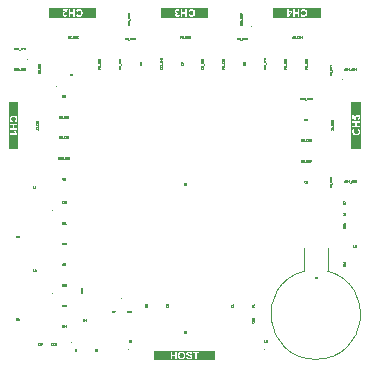
<source format=gto>
G04*
G04 #@! TF.GenerationSoftware,Altium Limited,Altium Designer,25.3.3 (18)*
G04*
G04 Layer_Color=65535*
%FSLAX44Y44*%
%MOMM*%
G71*
G04*
G04 #@! TF.SameCoordinates,3D6F95C3-3EEA-4EE9-ABCE-244942E3EF3B*
G04*
G04*
G04 #@! TF.FilePolarity,Positive*
G04*
G01*
G75*
%ADD10C,0.1000*%
%ADD11C,0.0200*%
G36*
X170000Y291250D02*
X130000D01*
Y299250D01*
X170000D01*
Y291250D01*
D02*
G37*
G36*
X176000Y1250D02*
X124000D01*
Y9250D01*
X176000D01*
Y1250D01*
D02*
G37*
G36*
X299000Y180250D02*
X291000D01*
Y220250D01*
X299000D01*
Y180250D01*
D02*
G37*
G36*
X9000Y220250D02*
Y180250D01*
X1000D01*
Y220250D01*
X9000D01*
D02*
G37*
G36*
X265000Y291250D02*
X225000D01*
Y299250D01*
X265000D01*
Y291250D01*
D02*
G37*
G36*
X75000D02*
X35000D01*
Y299250D01*
X75000D01*
Y291250D01*
D02*
G37*
%LPC*%
G36*
X158534Y298558D02*
D01*
Y295308D01*
X158529Y295447D01*
X158525Y295585D01*
X158497Y295844D01*
X158460Y296089D01*
X158404Y296316D01*
X158344Y296528D01*
X158275Y296727D01*
X158201Y296903D01*
X158122Y297065D01*
X158048Y297208D01*
X157974Y297333D01*
X157937Y297388D01*
X157905Y297439D01*
X157873Y297485D01*
X157845Y297527D01*
X157817Y297564D01*
X157789Y297596D01*
X157771Y297624D01*
X157753Y297647D01*
X157734Y297666D01*
X157725Y297679D01*
X157716Y297684D01*
Y297689D01*
X157637Y297767D01*
X157558Y297841D01*
X157475Y297911D01*
X157392Y297975D01*
X157216Y298091D01*
X157045Y298193D01*
X156865Y298276D01*
X156694Y298345D01*
X156523Y298405D01*
X156361Y298447D01*
X156208Y298484D01*
X156070Y298512D01*
X155940Y298530D01*
X155885Y298539D01*
X155834Y298544D01*
X155788Y298549D01*
X155746Y298553D01*
X155709D01*
X155677Y298558D01*
X158534D01*
X152963D01*
X155621D01*
X155432Y298553D01*
X155252Y298535D01*
X155080Y298512D01*
X154923Y298479D01*
X154771Y298438D01*
X154632Y298396D01*
X154503Y298350D01*
X154387Y298304D01*
X154281Y298257D01*
X154188Y298211D01*
X154110Y298165D01*
X154045Y298128D01*
X153994Y298095D01*
X153957Y298072D01*
X153934Y298054D01*
X153925Y298049D01*
X153805Y297948D01*
X153689Y297837D01*
X153587Y297716D01*
X153490Y297592D01*
X153402Y297462D01*
X153324Y297333D01*
X153254Y297203D01*
X153194Y297078D01*
X153139Y296963D01*
X153093Y296852D01*
X153051Y296750D01*
X153019Y296662D01*
X152996Y296593D01*
X152986Y296561D01*
X152977Y296538D01*
X152972Y296519D01*
X152968Y296505D01*
X152963Y296496D01*
Y296491D01*
X154216Y296094D01*
X154248Y296223D01*
X154285Y296343D01*
X154327Y296450D01*
X154369Y296556D01*
X154410Y296649D01*
X154456Y296732D01*
X154503Y296810D01*
X154544Y296875D01*
X154586Y296935D01*
X154623Y296986D01*
X154660Y297032D01*
X154692Y297065D01*
X154715Y297092D01*
X154734Y297115D01*
X154748Y297125D01*
X154752Y297129D01*
X154822Y297185D01*
X154896Y297236D01*
X154970Y297277D01*
X155048Y297314D01*
X155122Y297347D01*
X155196Y297374D01*
X155265Y297397D01*
X155330Y297411D01*
X155395Y297425D01*
X155455Y297434D01*
X155506Y297444D01*
X155547Y297448D01*
X155584Y297453D01*
X155635D01*
X155765Y297448D01*
X155885Y297430D01*
X156000Y297407D01*
X156107Y297374D01*
X156208Y297333D01*
X156301Y297291D01*
X156384Y297245D01*
X156463Y297194D01*
X156532Y297148D01*
X156592Y297102D01*
X156648Y297060D01*
X156689Y297018D01*
X156722Y296986D01*
X156749Y296963D01*
X156763Y296944D01*
X156768Y296940D01*
X156846Y296833D01*
X156911Y296718D01*
X156971Y296588D01*
X157017Y296454D01*
X157059Y296311D01*
X157096Y296168D01*
X157124Y296024D01*
X157147Y295886D01*
X157165Y295752D01*
X157179Y295627D01*
X157189Y295511D01*
X157193Y295414D01*
X157198Y295368D01*
Y295331D01*
X157202Y295299D01*
Y295266D01*
Y295248D01*
Y295229D01*
Y295220D01*
Y295215D01*
X157198Y295007D01*
X157184Y294813D01*
X157161Y294638D01*
X157133Y294471D01*
X157101Y294323D01*
X157064Y294189D01*
X157022Y294064D01*
X156980Y293958D01*
X156944Y293861D01*
X156902Y293782D01*
X156865Y293713D01*
X156833Y293658D01*
X156805Y293616D01*
X156782Y293584D01*
X156768Y293565D01*
X156763Y293561D01*
X156675Y293468D01*
X156587Y293389D01*
X156490Y293325D01*
X156398Y293265D01*
X156301Y293214D01*
X156204Y293172D01*
X156111Y293140D01*
X156019Y293112D01*
X155936Y293089D01*
X155857Y293075D01*
X155788Y293061D01*
X155728Y293057D01*
X155681Y293052D01*
X155645Y293047D01*
X155612D01*
X155515Y293052D01*
X155427Y293061D01*
X155339Y293075D01*
X155256Y293094D01*
X155182Y293117D01*
X155108Y293140D01*
X155043Y293168D01*
X154979Y293191D01*
X154928Y293218D01*
X154877Y293246D01*
X154836Y293269D01*
X154803Y293292D01*
X154775Y293311D01*
X154752Y293325D01*
X154743Y293334D01*
X154738Y293339D01*
X154674Y293394D01*
X154614Y293454D01*
X154558Y293519D01*
X154512Y293584D01*
X154470Y293648D01*
X154429Y293713D01*
X154364Y293838D01*
X154341Y293893D01*
X154318Y293949D01*
X154299Y293995D01*
X154285Y294037D01*
X154276Y294074D01*
X154267Y294097D01*
X154262Y294115D01*
Y294120D01*
X152982Y293815D01*
X153023Y293676D01*
X153074Y293542D01*
X153125Y293422D01*
X153176Y293306D01*
X153231Y293204D01*
X153287Y293107D01*
X153342Y293020D01*
X153393Y292941D01*
X153444Y292872D01*
X153490Y292812D01*
X153532Y292756D01*
X153569Y292715D01*
X153597Y292682D01*
X153620Y292659D01*
X153634Y292645D01*
X153638Y292641D01*
X153781Y292516D01*
X153929Y292409D01*
X154087Y292317D01*
X154244Y292238D01*
X154406Y292169D01*
X154563Y292114D01*
X154720Y292067D01*
X154868Y292030D01*
X155007Y292003D01*
X155136Y291980D01*
X155247Y291966D01*
X155349Y291952D01*
X155390D01*
X155432Y291947D01*
X155464D01*
X155492Y291943D01*
X155543D01*
X158534D01*
X155543D01*
X155668Y291947D01*
X155788Y291952D01*
X156024Y291980D01*
X156241Y292026D01*
X156449Y292081D01*
X156643Y292146D01*
X156819Y292225D01*
X156985Y292303D01*
X157133Y292386D01*
X157262Y292470D01*
X157378Y292548D01*
X157480Y292622D01*
X157563Y292691D01*
X157628Y292747D01*
X157674Y292793D01*
X157688Y292807D01*
X157702Y292821D01*
X157706Y292826D01*
X157711Y292830D01*
X157785Y292913D01*
X157854Y293001D01*
X157984Y293191D01*
X158090Y293385D01*
X158187Y293588D01*
X158266Y293796D01*
X158335Y294000D01*
X158386Y294203D01*
X158432Y294402D01*
X158464Y294587D01*
X158492Y294758D01*
X158501Y294836D01*
X158511Y294910D01*
X158515Y294980D01*
X158520Y295044D01*
X158525Y295105D01*
X158529Y295155D01*
Y295202D01*
X158534Y295239D01*
Y291943D01*
D01*
D01*
Y298558D01*
D02*
G37*
G36*
X145715D02*
X141466D01*
D01*
X143616D01*
X143449Y298553D01*
X143288Y298530D01*
X143135Y298502D01*
X142992Y298465D01*
X142853Y298419D01*
X142728Y298368D01*
X142613Y298317D01*
X142507Y298262D01*
X142414Y298206D01*
X142326Y298151D01*
X142257Y298105D01*
X142197Y298058D01*
X142150Y298022D01*
X142114Y297989D01*
X142095Y297971D01*
X142086Y297966D01*
X141975Y297850D01*
X141882Y297735D01*
X141799Y297615D01*
X141725Y297490D01*
X141670Y297370D01*
X141619Y297250D01*
X141577Y297134D01*
X141545Y297023D01*
X141517Y296921D01*
X141499Y296829D01*
X141485Y296741D01*
X141476Y296672D01*
X141471Y296611D01*
X141466Y296565D01*
Y296528D01*
X141471Y296422D01*
X141480Y296320D01*
X141499Y296223D01*
X141517Y296131D01*
X141540Y296043D01*
X141568Y295960D01*
X141600Y295886D01*
X141628Y295816D01*
X141660Y295756D01*
X141693Y295701D01*
X141721Y295650D01*
X141744Y295613D01*
X141762Y295581D01*
X141781Y295557D01*
X141790Y295544D01*
X141795Y295539D01*
X141859Y295465D01*
X141929Y295400D01*
X141998Y295336D01*
X142072Y295285D01*
X142141Y295234D01*
X142215Y295192D01*
X142289Y295155D01*
X142359Y295123D01*
X142423Y295095D01*
X142483Y295072D01*
X142534Y295049D01*
X142580Y295035D01*
X142622Y295026D01*
X142650Y295017D01*
X142668Y295012D01*
X142673D01*
X142590Y294966D01*
X142511Y294915D01*
X142437Y294864D01*
X142368Y294809D01*
X142303Y294758D01*
X142243Y294702D01*
X142137Y294591D01*
X142049Y294476D01*
X141975Y294365D01*
X141915Y294254D01*
X141864Y294152D01*
X141827Y294051D01*
X141799Y293958D01*
X141776Y293880D01*
X141762Y293806D01*
X141753Y293745D01*
X141748Y293704D01*
Y293676D01*
Y293667D01*
X141753Y293556D01*
X141767Y293450D01*
X141790Y293348D01*
X141818Y293251D01*
X141855Y293158D01*
X141892Y293071D01*
X141933Y292987D01*
X141975Y292913D01*
X142016Y292844D01*
X142058Y292784D01*
X142095Y292733D01*
X142132Y292687D01*
X142160Y292650D01*
X142183Y292627D01*
X142197Y292608D01*
X142201Y292604D01*
X142308Y292502D01*
X142419Y292414D01*
X142539Y292335D01*
X142659Y292271D01*
X142779Y292215D01*
X142899Y292164D01*
X143015Y292127D01*
X143131Y292100D01*
X143237Y292072D01*
X143334Y292058D01*
X143422Y292044D01*
X143500Y292035D01*
X143560Y292030D01*
X143607Y292026D01*
X143745D01*
X143842Y292035D01*
X144023Y292058D01*
X144106Y292072D01*
X144185Y292090D01*
X144258Y292104D01*
X144328Y292123D01*
X144388Y292141D01*
X144443Y292160D01*
X144490Y292178D01*
X144531Y292192D01*
X144564Y292206D01*
X144587Y292215D01*
X144601Y292220D01*
X144605Y292225D01*
X144758Y292303D01*
X144823Y292349D01*
X144887Y292396D01*
X144947Y292437D01*
X145003Y292483D01*
X145054Y292530D01*
X145095Y292571D01*
X145137Y292613D01*
X145174Y292650D01*
X145202Y292682D01*
X145225Y292715D01*
X145248Y292738D01*
X145262Y292756D01*
X145266Y292765D01*
X145271Y292770D01*
X145312Y292839D01*
X145354Y292909D01*
X145423Y293061D01*
X145484Y293218D01*
X145534Y293366D01*
X145557Y293431D01*
X145571Y293496D01*
X145590Y293551D01*
X145599Y293602D01*
X145608Y293644D01*
X145618Y293671D01*
X145622Y293695D01*
Y293699D01*
X144494Y293889D01*
X144485Y293815D01*
X144471Y293741D01*
X144453Y293676D01*
X144434Y293616D01*
X144411Y293556D01*
X144388Y293505D01*
X144365Y293459D01*
X144342Y293417D01*
X144319Y293380D01*
X144300Y293348D01*
X144277Y293320D01*
X144263Y293297D01*
X144245Y293279D01*
X144235Y293265D01*
X144231Y293260D01*
X144226Y293255D01*
X144185Y293218D01*
X144138Y293181D01*
X144046Y293126D01*
X143953Y293089D01*
X143870Y293061D01*
X143796Y293043D01*
X143764Y293038D01*
X143736D01*
X143718Y293034D01*
X143685D01*
X143570Y293043D01*
X143473Y293066D01*
X143385Y293094D01*
X143311Y293131D01*
X143251Y293168D01*
X143209Y293195D01*
X143181Y293218D01*
X143172Y293228D01*
X143107Y293306D01*
X143061Y293389D01*
X143024Y293473D01*
X143001Y293556D01*
X142987Y293630D01*
X142983Y293658D01*
Y293685D01*
X142978Y293708D01*
Y293727D01*
Y293736D01*
Y293741D01*
X142983Y293810D01*
X142987Y293875D01*
X143001Y293940D01*
X143020Y293995D01*
X143061Y294101D01*
X143107Y294189D01*
X143135Y294226D01*
X143158Y294258D01*
X143181Y294286D01*
X143200Y294309D01*
X143218Y294328D01*
X143232Y294342D01*
X143237Y294346D01*
X143242Y294351D01*
X143292Y294393D01*
X143348Y294425D01*
X143408Y294453D01*
X143473Y294480D01*
X143597Y294517D01*
X143722Y294541D01*
X143778Y294550D01*
X143833Y294554D01*
X143879Y294559D01*
X143921Y294564D01*
X144004D01*
X144138Y295562D01*
X144023Y295530D01*
X143916Y295507D01*
X143819Y295493D01*
X143736Y295479D01*
X143671Y295474D01*
X143644D01*
X143621Y295470D01*
X143579D01*
X143514Y295474D01*
X143449Y295484D01*
X143389Y295493D01*
X143334Y295511D01*
X143232Y295557D01*
X143144Y295604D01*
X143070Y295655D01*
X143043Y295678D01*
X143020Y295701D01*
X142997Y295719D01*
X142983Y295729D01*
X142978Y295738D01*
X142973Y295742D01*
X142927Y295793D01*
X142890Y295853D01*
X142858Y295914D01*
X142830Y295974D01*
X142784Y296094D01*
X142756Y296214D01*
X142742Y296265D01*
X142738Y296316D01*
X142733Y296362D01*
X142728Y296399D01*
X142724Y296431D01*
Y296459D01*
Y296473D01*
Y296478D01*
X142728Y296565D01*
X142733Y296653D01*
X142747Y296732D01*
X142765Y296806D01*
X142784Y296875D01*
X142807Y296940D01*
X142830Y296995D01*
X142853Y297051D01*
X142881Y297097D01*
X142904Y297139D01*
X142927Y297171D01*
X142946Y297203D01*
X142964Y297226D01*
X142978Y297240D01*
X142983Y297250D01*
X142987Y297254D01*
X143038Y297305D01*
X143089Y297347D01*
X143140Y297388D01*
X143195Y297421D01*
X143251Y297448D01*
X143302Y297471D01*
X143403Y297504D01*
X143491Y297527D01*
X143528Y297532D01*
X143560Y297536D01*
X143588Y297541D01*
X143625D01*
X143690Y297536D01*
X143750Y297532D01*
X143866Y297504D01*
X143967Y297467D01*
X144055Y297421D01*
X144129Y297379D01*
X144157Y297360D01*
X144180Y297342D01*
X144198Y297328D01*
X144212Y297314D01*
X144221Y297310D01*
X144226Y297305D01*
X144268Y297259D01*
X144309Y297208D01*
X144374Y297092D01*
X144430Y296977D01*
X144466Y296866D01*
X144485Y296815D01*
X144494Y296764D01*
X144508Y296723D01*
X144513Y296681D01*
X144522Y296649D01*
Y296625D01*
X144527Y296611D01*
Y296607D01*
X145715Y296755D01*
Y292303D01*
Y298558D01*
D02*
G37*
G36*
X151849Y298447D02*
X146736D01*
Y292049D01*
X148026D01*
Y294568D01*
X150559D01*
Y292049D01*
X151849D01*
Y298447D01*
D02*
G37*
%LPD*%
G36*
X155543Y291943D02*
D01*
D01*
D01*
D02*
G37*
G36*
X145715Y296755D02*
X145692Y296903D01*
X145659Y297041D01*
X145622Y297176D01*
X145576Y297296D01*
X145520Y297411D01*
X145465Y297522D01*
X145410Y297619D01*
X145350Y297707D01*
X145294Y297786D01*
X145239Y297860D01*
X145188Y297920D01*
X145146Y297966D01*
X145109Y298008D01*
X145077Y298035D01*
X145058Y298054D01*
X145054Y298058D01*
X144943Y298146D01*
X144827Y298225D01*
X144707Y298290D01*
X144587Y298345D01*
X144466Y298396D01*
X144346Y298438D01*
X144231Y298470D01*
X144120Y298493D01*
X144014Y298516D01*
X143921Y298530D01*
X143833Y298544D01*
X143759Y298549D01*
X143699Y298553D01*
X143653Y298558D01*
X145715D01*
Y296755D01*
D02*
G37*
G36*
D02*
D01*
D01*
D01*
D02*
G37*
G36*
X150559Y295650D02*
X148026D01*
Y298447D01*
X150559D01*
Y295650D01*
D02*
G37*
%LPC*%
G36*
X156278Y8560D02*
X154262D01*
X156278D01*
Y3914D01*
X156273Y4025D01*
X156269Y4131D01*
X156255Y4233D01*
X156236Y4330D01*
X156218Y4418D01*
X156195Y4501D01*
X156171Y4580D01*
X156148Y4649D01*
X156125Y4714D01*
X156102Y4769D01*
X156079Y4815D01*
X156060Y4857D01*
X156042Y4889D01*
X156028Y4913D01*
X156024Y4926D01*
X156019Y4931D01*
X155968Y5005D01*
X155917Y5079D01*
X155802Y5208D01*
X155742Y5268D01*
X155681Y5319D01*
X155626Y5370D01*
X155570Y5412D01*
X155515Y5453D01*
X155469Y5486D01*
X155422Y5513D01*
X155386Y5541D01*
X155353Y5560D01*
X155330Y5573D01*
X155316Y5578D01*
X155312Y5583D01*
X155224Y5629D01*
X155122Y5671D01*
X155016Y5717D01*
X154905Y5759D01*
X154674Y5837D01*
X154558Y5869D01*
X154447Y5906D01*
X154341Y5934D01*
X154244Y5962D01*
X154151Y5985D01*
X154073Y6008D01*
X154008Y6022D01*
X153962Y6036D01*
X153943Y6040D01*
X153929D01*
X153925Y6045D01*
X153920D01*
X153754Y6087D01*
X153596Y6128D01*
X153462Y6165D01*
X153338Y6207D01*
X153227Y6244D01*
X153130Y6281D01*
X153046Y6313D01*
X152972Y6346D01*
X152912Y6373D01*
X152861Y6396D01*
X152820Y6420D01*
X152788Y6438D01*
X152760Y6457D01*
X152746Y6466D01*
X152737Y6475D01*
X152732D01*
X152667Y6540D01*
X152621Y6604D01*
X152589Y6669D01*
X152566Y6729D01*
X152552Y6785D01*
X152547Y6826D01*
X152542Y6854D01*
Y6859D01*
Y6863D01*
X152547Y6909D01*
X152552Y6951D01*
X152575Y7030D01*
X152607Y7094D01*
X152644Y7150D01*
X152681Y7196D01*
X152714Y7229D01*
X152737Y7252D01*
X152746Y7256D01*
X152811Y7298D01*
X152875Y7335D01*
X152945Y7367D01*
X153019Y7395D01*
X153167Y7437D01*
X153305Y7464D01*
X153375Y7473D01*
X153435Y7478D01*
X153490Y7483D01*
X153536Y7487D01*
X153573Y7492D01*
X153726D01*
X153823Y7483D01*
X153906Y7473D01*
X153985Y7460D01*
X154059Y7441D01*
X154128Y7423D01*
X154188Y7404D01*
X154244Y7386D01*
X154290Y7363D01*
X154332Y7344D01*
X154369Y7326D01*
X154396Y7307D01*
X154419Y7293D01*
X154433Y7284D01*
X154443Y7279D01*
X154447Y7275D01*
X154498Y7233D01*
X154540Y7182D01*
X154618Y7071D01*
X154678Y6956D01*
X154729Y6840D01*
X154748Y6785D01*
X154761Y6734D01*
X154775Y6688D01*
X154785Y6646D01*
X154794Y6614D01*
X154798Y6591D01*
X154803Y6572D01*
Y6567D01*
X156093Y6623D01*
X156079Y6785D01*
X156056Y6937D01*
X156024Y7081D01*
X155977Y7215D01*
X155931Y7340D01*
X155876Y7455D01*
X155820Y7561D01*
X155760Y7654D01*
X155700Y7742D01*
X155644Y7816D01*
X155594Y7880D01*
X155547Y7931D01*
X155506Y7973D01*
X155478Y8005D01*
X155459Y8024D01*
X155450Y8028D01*
X155330Y8121D01*
X155201Y8204D01*
X155057Y8273D01*
X154914Y8338D01*
X154761Y8389D01*
X154609Y8430D01*
X154461Y8467D01*
X154318Y8495D01*
X154179Y8514D01*
X154054Y8532D01*
X153939Y8546D01*
X153837Y8551D01*
X153791Y8555D01*
X153754D01*
X153721Y8560D01*
X151077D01*
X153638D01*
X153504Y8555D01*
X153375Y8551D01*
X153250Y8541D01*
X153130Y8523D01*
X153019Y8509D01*
X152917Y8490D01*
X152820Y8467D01*
X152732Y8449D01*
X152654Y8426D01*
X152584Y8407D01*
X152524Y8384D01*
X152473Y8370D01*
X152436Y8357D01*
X152404Y8343D01*
X152385Y8338D01*
X152381Y8333D01*
X152284Y8292D01*
X152196Y8241D01*
X152113Y8190D01*
X152034Y8139D01*
X151965Y8084D01*
X151900Y8033D01*
X151840Y7977D01*
X151784Y7927D01*
X151738Y7876D01*
X151697Y7834D01*
X151660Y7793D01*
X151632Y7756D01*
X151609Y7728D01*
X151595Y7705D01*
X151586Y7691D01*
X151581Y7686D01*
X151535Y7608D01*
X151493Y7524D01*
X151456Y7446D01*
X151424Y7363D01*
X151396Y7284D01*
X151373Y7210D01*
X151359Y7136D01*
X151341Y7071D01*
X151331Y7007D01*
X151322Y6946D01*
X151318Y6896D01*
X151313Y6854D01*
X151308Y6817D01*
Y6794D01*
Y6776D01*
Y6771D01*
X151313Y6632D01*
X151331Y6498D01*
X151364Y6369D01*
X151401Y6248D01*
X151442Y6137D01*
X151493Y6031D01*
X151549Y5934D01*
X151604Y5846D01*
X151655Y5763D01*
X151710Y5694D01*
X151761Y5629D01*
X151803Y5578D01*
X151840Y5541D01*
X151872Y5509D01*
X151891Y5490D01*
X151895Y5486D01*
X151983Y5416D01*
X152080Y5352D01*
X152187Y5287D01*
X152302Y5227D01*
X152418Y5171D01*
X152542Y5120D01*
X152663Y5074D01*
X152783Y5028D01*
X152894Y4991D01*
X153000Y4954D01*
X153097Y4922D01*
X153185Y4899D01*
X153254Y4880D01*
X153282Y4871D01*
X153305Y4866D01*
X153324Y4857D01*
X153338D01*
X153347Y4852D01*
X153351D01*
X153495Y4815D01*
X153629Y4783D01*
X153749Y4755D01*
X153855Y4728D01*
X153953Y4700D01*
X154036Y4677D01*
X154110Y4658D01*
X154174Y4640D01*
X154225Y4626D01*
X154271Y4612D01*
X154309Y4598D01*
X154341Y4589D01*
X154359Y4584D01*
X154378Y4580D01*
X154382Y4575D01*
X154387D01*
X154447Y4552D01*
X154503Y4529D01*
X154600Y4483D01*
X154683Y4432D01*
X154748Y4390D01*
X154794Y4349D01*
X154826Y4321D01*
X154849Y4302D01*
X154854Y4293D01*
X154900Y4233D01*
X154932Y4168D01*
X154956Y4103D01*
X154970Y4043D01*
X154983Y3988D01*
X154988Y3946D01*
Y3919D01*
Y3914D01*
Y3909D01*
X154983Y3845D01*
X154974Y3780D01*
X154960Y3724D01*
X154937Y3664D01*
X154886Y3563D01*
X154831Y3470D01*
X154798Y3433D01*
X154771Y3396D01*
X154743Y3368D01*
X154720Y3341D01*
X154697Y3322D01*
X154683Y3308D01*
X154674Y3299D01*
X154669Y3295D01*
X154609Y3248D01*
X154540Y3207D01*
X154466Y3174D01*
X154392Y3142D01*
X154313Y3119D01*
X154235Y3096D01*
X154082Y3063D01*
X154013Y3054D01*
X153943Y3045D01*
X153883Y3040D01*
X153832Y3036D01*
X153791Y3031D01*
X153731D01*
X153624Y3036D01*
X153523Y3045D01*
X153426Y3059D01*
X153333Y3077D01*
X153250Y3100D01*
X153176Y3124D01*
X153102Y3151D01*
X153042Y3179D01*
X152982Y3207D01*
X152935Y3234D01*
X152889Y3257D01*
X152857Y3281D01*
X152829Y3299D01*
X152811Y3313D01*
X152797Y3322D01*
X152792Y3327D01*
X152732Y3387D01*
X152672Y3452D01*
X152621Y3521D01*
X152575Y3595D01*
X152533Y3674D01*
X152496Y3752D01*
X152432Y3905D01*
X152409Y3974D01*
X152390Y4039D01*
X152372Y4099D01*
X152358Y4154D01*
X152348Y4196D01*
X152339Y4228D01*
X152334Y4247D01*
Y4256D01*
X151077Y4136D01*
D01*
X151105Y3942D01*
X151146Y3757D01*
X151193Y3586D01*
X151253Y3424D01*
X151313Y3281D01*
X151378Y3147D01*
X151442Y3022D01*
X151512Y2915D01*
X151576Y2818D01*
X151636Y2735D01*
X151697Y2661D01*
X151747Y2606D01*
X151789Y2560D01*
X151821Y2527D01*
X151840Y2504D01*
X151849Y2499D01*
X151979Y2402D01*
X152117Y2315D01*
X152265Y2241D01*
X152418Y2176D01*
X152570Y2120D01*
X152727Y2079D01*
X152880Y2042D01*
X153028Y2009D01*
X153167Y1986D01*
X153296Y1968D01*
X153416Y1958D01*
X153518Y1949D01*
X153560Y1945D01*
X153601D01*
X153633Y1940D01*
X151077D01*
X156278D01*
Y8560D01*
D02*
G37*
G36*
X143117Y8454D02*
X141827D01*
Y5934D01*
X139294D01*
Y8454D01*
X140560D01*
X138004D01*
Y2056D01*
X143117D01*
Y8454D01*
D02*
G37*
G36*
X150398Y8560D02*
X144189D01*
D01*
X147282D01*
X147139Y8555D01*
X147000Y8551D01*
X146866Y8537D01*
X146736Y8518D01*
X146616Y8500D01*
X146501Y8481D01*
X146399Y8458D01*
X146302Y8435D01*
X146214Y8407D01*
X146135Y8384D01*
X146066Y8366D01*
X146011Y8347D01*
X145964Y8329D01*
X145932Y8315D01*
X145913Y8310D01*
X145904Y8306D01*
X145821Y8269D01*
X145738Y8227D01*
X145585Y8135D01*
X145442Y8037D01*
X145377Y7991D01*
X145317Y7945D01*
X145266Y7903D01*
X145215Y7862D01*
X145174Y7825D01*
X145137Y7793D01*
X145109Y7765D01*
X145091Y7746D01*
X145077Y7732D01*
X145072Y7728D01*
X144938Y7580D01*
X144823Y7427D01*
X144721Y7279D01*
X144638Y7145D01*
X144601Y7081D01*
X144568Y7025D01*
X144541Y6974D01*
X144522Y6933D01*
X144503Y6896D01*
X144490Y6873D01*
X144485Y6854D01*
X144480Y6849D01*
X144430Y6720D01*
X144383Y6591D01*
X144346Y6452D01*
X144314Y6313D01*
X144286Y6179D01*
X144258Y6040D01*
X144240Y5911D01*
X144226Y5782D01*
X144212Y5666D01*
X144203Y5555D01*
X144198Y5458D01*
X144194Y5375D01*
X144189Y5305D01*
Y5213D01*
X144194Y5070D01*
X144198Y4936D01*
X144226Y4672D01*
X144268Y4423D01*
X144319Y4191D01*
X144383Y3979D01*
X144457Y3780D01*
X144531Y3600D01*
X144610Y3438D01*
X144688Y3295D01*
X144725Y3230D01*
X144762Y3170D01*
X144799Y3114D01*
X144836Y3063D01*
X144869Y3017D01*
X144901Y2975D01*
X144929Y2939D01*
X144952Y2906D01*
X144975Y2878D01*
X144993Y2855D01*
X145012Y2837D01*
X145021Y2823D01*
X145030Y2818D01*
Y2814D01*
X145109Y2735D01*
X145197Y2661D01*
X145280Y2592D01*
X145368Y2527D01*
X145553Y2412D01*
X145742Y2310D01*
X145932Y2227D01*
X146117Y2157D01*
X146302Y2097D01*
X146482Y2056D01*
X146649Y2019D01*
X146806Y1991D01*
X146875Y1982D01*
X146944Y1972D01*
X147004Y1963D01*
X147065Y1958D01*
X147115Y1954D01*
X147162Y1949D01*
X147203D01*
X147236Y1945D01*
X147300D01*
X147430Y1949D01*
X147559Y1954D01*
X147804Y1982D01*
X148031Y2023D01*
X148248Y2083D01*
X148447Y2148D01*
X148632Y2222D01*
X148803Y2301D01*
X148955Y2384D01*
X149089Y2462D01*
X149209Y2541D01*
X149316Y2615D01*
X149399Y2684D01*
X149436Y2712D01*
X149464Y2740D01*
X149492Y2763D01*
X149515Y2781D01*
X149529Y2795D01*
X149542Y2809D01*
X149547Y2814D01*
X149552Y2818D01*
X149630Y2902D01*
X149699Y2989D01*
X149769Y3082D01*
X149829Y3174D01*
X149944Y3368D01*
X150042Y3567D01*
X150125Y3766D01*
X150190Y3969D01*
X150245Y4168D01*
X150291Y4358D01*
X150328Y4538D01*
X150351Y4705D01*
X150365Y4783D01*
X150370Y4857D01*
X150379Y4922D01*
X150384Y4987D01*
X150388Y5042D01*
X150393Y5093D01*
Y5134D01*
X150398Y5171D01*
Y2740D01*
Y5384D01*
X150388Y5527D01*
X150361Y5795D01*
X150319Y6045D01*
X150264Y6281D01*
X150199Y6498D01*
X150129Y6701D01*
X150051Y6882D01*
X149972Y7048D01*
X149931Y7122D01*
X149894Y7192D01*
X149852Y7261D01*
X149815Y7321D01*
X149778Y7376D01*
X149746Y7432D01*
X149713Y7478D01*
X149681Y7520D01*
X149653Y7557D01*
X149626Y7589D01*
X149602Y7617D01*
X149584Y7640D01*
X149570Y7658D01*
X149556Y7672D01*
X149552Y7677D01*
X149547Y7681D01*
X149464Y7760D01*
X149381Y7834D01*
X149293Y7908D01*
X149205Y7973D01*
X149020Y8088D01*
X148835Y8190D01*
X148645Y8273D01*
X148456Y8347D01*
X148271Y8403D01*
X148095Y8449D01*
X147929Y8486D01*
X147776Y8514D01*
X147703Y8523D01*
X147638Y8532D01*
X147573Y8541D01*
X147518Y8546D01*
X147462Y8551D01*
X147416Y8555D01*
X147379D01*
X147346Y8560D01*
X150398D01*
D02*
G37*
G36*
X161996Y8454D02*
X156911D01*
Y2056D01*
Y7372D01*
X158811D01*
Y2056D01*
X156911D01*
X160101D01*
Y7372D01*
X161996D01*
Y8454D01*
D02*
G37*
%LPD*%
G36*
X156278Y1940D02*
X153717D01*
X153869Y1945D01*
X154017Y1949D01*
X154156Y1963D01*
X154285Y1977D01*
X154405Y1996D01*
X154521Y2014D01*
X154627Y2033D01*
X154725Y2056D01*
X154808Y2079D01*
X154886Y2097D01*
X154951Y2116D01*
X155002Y2134D01*
X155048Y2148D01*
X155080Y2162D01*
X155099Y2166D01*
X155104Y2171D01*
X155205Y2217D01*
X155302Y2268D01*
X155390Y2324D01*
X155473Y2384D01*
X155552Y2439D01*
X155621Y2499D01*
X155686Y2560D01*
X155746Y2615D01*
X155797Y2670D01*
X155843Y2721D01*
X155880Y2767D01*
X155913Y2804D01*
X155936Y2837D01*
X155954Y2865D01*
X155963Y2878D01*
X155968Y2883D01*
X156024Y2975D01*
X156070Y3063D01*
X156111Y3156D01*
X156148Y3248D01*
X156176Y3336D01*
X156204Y3419D01*
X156222Y3503D01*
X156241Y3581D01*
X156250Y3650D01*
X156259Y3715D01*
X156269Y3771D01*
X156273Y3821D01*
X156278Y3859D01*
Y1940D01*
D02*
G37*
G36*
X141827Y2056D02*
X139294D01*
Y4852D01*
X141827D01*
Y2056D01*
D02*
G37*
G36*
X147444Y7450D02*
X147582Y7432D01*
X147712Y7404D01*
X147832Y7372D01*
X147948Y7330D01*
X148054Y7284D01*
X148151Y7233D01*
X148239Y7187D01*
X148317Y7136D01*
X148387Y7085D01*
X148442Y7039D01*
X148493Y6997D01*
X148530Y6965D01*
X148558Y6937D01*
X148576Y6919D01*
X148581Y6914D01*
X148669Y6808D01*
X148743Y6688D01*
X148807Y6563D01*
X148863Y6429D01*
X148909Y6295D01*
X148946Y6156D01*
X148978Y6022D01*
X149006Y5893D01*
X149025Y5768D01*
X149038Y5652D01*
X149052Y5546D01*
X149057Y5453D01*
X149062Y5412D01*
Y5379D01*
X149066Y5347D01*
Y5319D01*
Y5301D01*
Y5287D01*
Y5278D01*
Y5273D01*
X149062Y5070D01*
X149043Y4880D01*
X149020Y4705D01*
X148988Y4543D01*
X148951Y4395D01*
X148909Y4256D01*
X148863Y4131D01*
X148817Y4020D01*
X148770Y3923D01*
X148724Y3840D01*
X148682Y3766D01*
X148645Y3711D01*
X148613Y3664D01*
X148590Y3632D01*
X148572Y3609D01*
X148567Y3604D01*
X148470Y3507D01*
X148368Y3419D01*
X148266Y3345D01*
X148160Y3285D01*
X148054Y3230D01*
X147948Y3184D01*
X147846Y3147D01*
X147744Y3119D01*
X147652Y3096D01*
X147568Y3077D01*
X147490Y3068D01*
X147425Y3059D01*
X147370Y3054D01*
X147328Y3049D01*
X147296D01*
X147152Y3054D01*
X147018Y3073D01*
X146894Y3100D01*
X146769Y3137D01*
X146658Y3179D01*
X146551Y3225D01*
X146454Y3276D01*
X146367Y3331D01*
X146288Y3382D01*
X146219Y3433D01*
X146159Y3479D01*
X146112Y3521D01*
X146071Y3558D01*
X146043Y3586D01*
X146024Y3604D01*
X146020Y3609D01*
X145932Y3720D01*
X145853Y3840D01*
X145789Y3969D01*
X145733Y4103D01*
X145682Y4238D01*
X145641Y4376D01*
X145608Y4510D01*
X145585Y4640D01*
X145562Y4765D01*
X145548Y4880D01*
X145534Y4987D01*
X145530Y5074D01*
X145525Y5153D01*
X145520Y5181D01*
Y5208D01*
Y5227D01*
Y5241D01*
Y5250D01*
Y5255D01*
X145525Y5453D01*
X145544Y5643D01*
X145567Y5819D01*
X145595Y5980D01*
X145632Y6128D01*
X145673Y6262D01*
X145719Y6382D01*
X145765Y6493D01*
X145807Y6591D01*
X145853Y6674D01*
X145895Y6743D01*
X145932Y6803D01*
X145960Y6849D01*
X145987Y6877D01*
X146001Y6900D01*
X146006Y6905D01*
X146103Y7002D01*
X146200Y7085D01*
X146306Y7159D01*
X146413Y7224D01*
X146524Y7275D01*
X146630Y7321D01*
X146736Y7358D01*
X146833Y7386D01*
X146931Y7409D01*
X147018Y7427D01*
X147097Y7437D01*
X147162Y7446D01*
X147217Y7450D01*
X147259Y7455D01*
X147296D01*
X147444Y7450D01*
D02*
G37*
%LPC*%
G36*
X298308Y208839D02*
Y206648D01*
X298303Y206750D01*
X298299Y206852D01*
X298271Y207041D01*
X298229Y207221D01*
X298174Y207388D01*
X298114Y207540D01*
X298040Y207684D01*
X297966Y207813D01*
X297882Y207929D01*
X297804Y208030D01*
X297730Y208123D01*
X297656Y208201D01*
X297596Y208261D01*
X297540Y208312D01*
X297499Y208349D01*
X297471Y208368D01*
X297462Y208377D01*
X297342Y208460D01*
X297222Y208530D01*
X297101Y208590D01*
X296981Y208645D01*
X296861Y208691D01*
X296745Y208728D01*
X296630Y208756D01*
X296523Y208784D01*
X296426Y208802D01*
X296334Y208816D01*
X296255Y208825D01*
X296186Y208830D01*
X296131Y208835D01*
X296089Y208839D01*
X296052D01*
X295876Y208835D01*
X295714Y208816D01*
X295557Y208788D01*
X295409Y208751D01*
X295275Y208710D01*
X295146Y208659D01*
X295030Y208608D01*
X294924Y208557D01*
X294832Y208502D01*
X294748Y208451D01*
X294674Y208405D01*
X294614Y208358D01*
X294568Y208321D01*
X294536Y208294D01*
X294513Y208275D01*
X294508Y208271D01*
X294401Y208160D01*
X294309Y208049D01*
X294230Y207933D01*
X294161Y207813D01*
X294106Y207698D01*
X294055Y207582D01*
X294018Y207471D01*
X293986Y207365D01*
X293962Y207267D01*
X293944Y207175D01*
X293930Y207097D01*
X293921Y207022D01*
X293916Y206967D01*
X293911Y206925D01*
Y206810D01*
X293921Y206731D01*
X293944Y206574D01*
X293976Y206435D01*
X293995Y206366D01*
X294013Y206306D01*
X294036Y206250D01*
X294055Y206200D01*
X294073Y206158D01*
X294087Y206117D01*
X294101Y206089D01*
X294110Y206066D01*
X294115Y206052D01*
X294120Y206047D01*
X293029Y206246D01*
Y208557D01*
X291882D01*
Y205317D01*
X295210Y204688D01*
X295354Y205677D01*
X295271Y205756D01*
X295201Y205839D01*
X295137Y205922D01*
X295086Y206001D01*
X295040Y206084D01*
X295002Y206163D01*
X294970Y206237D01*
X294947Y206311D01*
X294924Y206375D01*
X294910Y206435D01*
X294901Y206491D01*
X294896Y206537D01*
X294892Y206574D01*
X294887Y206602D01*
Y206625D01*
X294892Y206703D01*
X294901Y206777D01*
X294915Y206842D01*
X294933Y206912D01*
X294979Y207027D01*
X295007Y207078D01*
X295035Y207124D01*
X295063Y207166D01*
X295090Y207203D01*
X295114Y207235D01*
X295137Y207263D01*
X295155Y207281D01*
X295169Y207295D01*
X295178Y207304D01*
X295183Y207309D01*
X295243Y207355D01*
X295308Y207397D01*
X295372Y207434D01*
X295446Y207466D01*
X295520Y207489D01*
X295594Y207512D01*
X295737Y207545D01*
X295807Y207554D01*
X295867Y207563D01*
X295922Y207568D01*
X295973Y207573D01*
X296015Y207577D01*
X296043D01*
X296066D01*
X296070D01*
X296186Y207573D01*
X296292Y207568D01*
X296394Y207554D01*
X296486Y207536D01*
X296570Y207517D01*
X296648Y207494D01*
X296718Y207466D01*
X296782Y207443D01*
X296838Y207420D01*
X296884Y207392D01*
X296926Y207369D01*
X296958Y207351D01*
X296986Y207332D01*
X297004Y207323D01*
X297013Y207314D01*
X297018Y207309D01*
X297073Y207258D01*
X297120Y207207D01*
X297161Y207152D01*
X297198Y207097D01*
X297226Y207041D01*
X297254Y206990D01*
X297291Y206889D01*
X297309Y206796D01*
X297318Y206759D01*
X297323Y206727D01*
X297328Y206699D01*
Y206662D01*
X297323Y206602D01*
X297318Y206542D01*
X297291Y206426D01*
X297254Y206325D01*
X297208Y206237D01*
X297161Y206167D01*
X297143Y206135D01*
X297124Y206112D01*
X297111Y206093D01*
X297097Y206080D01*
X297092Y206070D01*
X297087Y206066D01*
X297041Y206019D01*
X296990Y205978D01*
X296884Y205913D01*
X296773Y205858D01*
X296667Y205816D01*
X296574Y205788D01*
X296533Y205779D01*
X296500Y205774D01*
X296473Y205765D01*
X296449D01*
X296436Y205760D01*
X296431D01*
X296560Y204540D01*
D01*
X296708Y204563D01*
X296842Y204600D01*
X296976Y204642D01*
X297097Y204688D01*
X297212Y204743D01*
X297314Y204799D01*
X297411Y204854D01*
X297499Y204914D01*
X297577Y204970D01*
X297642Y205026D01*
X297702Y205072D01*
X297749Y205118D01*
X297785Y205155D01*
X297813Y205183D01*
X297832Y205201D01*
X297836Y205206D01*
X297920Y205312D01*
X297994Y205428D01*
X298054Y205548D01*
X298109Y205668D01*
X298155Y205788D01*
X298192Y205908D01*
X298225Y206024D01*
X298248Y206135D01*
X298266Y206241D01*
X298285Y206338D01*
X298294Y206426D01*
X298299Y206500D01*
X298303Y206565D01*
X298308Y206611D01*
Y205908D01*
Y208839D01*
D02*
G37*
G36*
X298197Y203458D02*
X291799D01*
Y202169D01*
X294318D01*
Y199635D01*
X291799D01*
Y198346D01*
X298197D01*
Y203458D01*
D02*
G37*
G36*
X296246Y197231D02*
X296241D01*
X295844Y195979D01*
X295973Y195946D01*
X296094Y195909D01*
X296200Y195868D01*
X296306Y195826D01*
X296399Y195784D01*
X296482Y195738D01*
X296560Y195692D01*
X296625Y195650D01*
X296685Y195609D01*
X296736Y195572D01*
X296782Y195535D01*
X296815Y195502D01*
X296842Y195479D01*
X296866Y195461D01*
X296875Y195447D01*
X296879Y195442D01*
X296935Y195373D01*
X296986Y195299D01*
X297027Y195225D01*
X297064Y195147D01*
X297097Y195073D01*
X297124Y194999D01*
X297148Y194929D01*
X297161Y194865D01*
X297175Y194800D01*
X297185Y194740D01*
X297194Y194689D01*
X297198Y194647D01*
X297203Y194610D01*
Y194559D01*
X297198Y194430D01*
X297180Y194310D01*
X297157Y194194D01*
X297124Y194088D01*
X297083Y193986D01*
X297041Y193894D01*
X296995Y193811D01*
X296944Y193732D01*
X296898Y193663D01*
X296852Y193603D01*
X296810Y193547D01*
X296768Y193505D01*
X296736Y193473D01*
X296713Y193445D01*
X296695Y193431D01*
X296690Y193427D01*
X296583Y193348D01*
X296468Y193284D01*
X296339Y193223D01*
X296204Y193177D01*
X296061Y193136D01*
X295918Y193099D01*
X295774Y193071D01*
X295636Y193048D01*
X295502Y193029D01*
X295377Y193015D01*
X295261Y193006D01*
X295164Y193002D01*
X295118Y192997D01*
X295081D01*
X295049Y192992D01*
X295016D01*
X294998D01*
X294979D01*
X294970D01*
X294965D01*
X294757Y192997D01*
X294563Y193011D01*
X294388Y193034D01*
X294221Y193062D01*
X294073Y193094D01*
X293939Y193131D01*
X293814Y193173D01*
X293708Y193214D01*
X293611Y193251D01*
X293533Y193293D01*
X293463Y193330D01*
X293408Y193362D01*
X293366Y193390D01*
X293334Y193413D01*
X293315Y193427D01*
X293311Y193431D01*
X293218Y193519D01*
X293139Y193607D01*
X293075Y193704D01*
X293015Y193797D01*
X292964Y193894D01*
X292922Y193991D01*
X292890Y194083D01*
X292862Y194176D01*
X292839Y194259D01*
X292825Y194338D01*
X292811Y194407D01*
X292807Y194467D01*
X292802Y194513D01*
X292797Y194550D01*
Y194583D01*
X292802Y194680D01*
X292811Y194767D01*
X292825Y194855D01*
X292844Y194939D01*
X292867Y195012D01*
X292890Y195086D01*
X292918Y195151D01*
X292941Y195216D01*
X292969Y195267D01*
X292996Y195318D01*
X293019Y195359D01*
X293042Y195392D01*
X293061Y195419D01*
X293075Y195442D01*
X293084Y195452D01*
X293089Y195456D01*
X293144Y195521D01*
X293204Y195581D01*
X293269Y195637D01*
X293334Y195683D01*
X293398Y195724D01*
X293463Y195766D01*
X293588Y195831D01*
X293643Y195854D01*
X293699Y195877D01*
X293745Y195895D01*
X293787Y195909D01*
X293824Y195919D01*
X293847Y195928D01*
X293865Y195932D01*
X293870D01*
X293565Y197213D01*
X293426Y197171D01*
X293292Y197120D01*
X293172Y197070D01*
X293056Y197019D01*
X292955Y196963D01*
X292857Y196908D01*
X292770Y196852D01*
X292691Y196801D01*
X292622Y196751D01*
X292562Y196704D01*
X292506Y196663D01*
X292465Y196626D01*
X292432Y196598D01*
X292409Y196575D01*
X292395Y196561D01*
X292391Y196556D01*
X292266Y196413D01*
X292160Y196265D01*
X292067Y196108D01*
X291988Y195951D01*
X291919Y195789D01*
X291864Y195632D01*
X291817Y195475D01*
X291780Y195327D01*
X291753Y195188D01*
X291730Y195059D01*
X291716Y194948D01*
X291702Y194846D01*
Y194804D01*
X291697Y194763D01*
Y194730D01*
X291693Y194703D01*
Y194652D01*
X291697Y194527D01*
X291702Y194407D01*
X291730Y194171D01*
X291776Y193954D01*
X291831Y193746D01*
X291896Y193552D01*
X291975Y193376D01*
X292053Y193210D01*
X292136Y193062D01*
X292220Y192932D01*
X292298Y192817D01*
X292372Y192715D01*
X292442Y192632D01*
X292497Y192567D01*
X292543Y192521D01*
X292557Y192507D01*
X292571Y192493D01*
X292575Y192488D01*
X292580Y192484D01*
X292663Y192410D01*
X292751Y192341D01*
X292941Y192211D01*
X293135Y192105D01*
X293338Y192008D01*
X293546Y191929D01*
X293750Y191860D01*
X293953Y191809D01*
X294152Y191763D01*
X294337Y191730D01*
X294508Y191703D01*
X294587Y191693D01*
X294660Y191684D01*
X294730Y191679D01*
X294795Y191675D01*
X294855Y191670D01*
X294905Y191666D01*
X294952D01*
X294989Y191661D01*
X295058D01*
X295197Y191666D01*
X295335Y191670D01*
X295594Y191698D01*
X295839Y191735D01*
X296066Y191790D01*
X296278Y191850D01*
X296477Y191920D01*
X296653Y191994D01*
X296815Y192072D01*
X296958Y192146D01*
X297083Y192220D01*
X297138Y192257D01*
X297189Y192290D01*
X297235Y192322D01*
X297277Y192350D01*
X297314Y192377D01*
X297346Y192405D01*
X297374Y192424D01*
X297397Y192442D01*
X297416Y192461D01*
X297430Y192470D01*
X297434Y192479D01*
X297439D01*
X297517Y192558D01*
X297591Y192636D01*
X297661Y192720D01*
X297725Y192803D01*
X297841Y192978D01*
X297943Y193150D01*
X298026Y193330D01*
X298095Y193501D01*
X298155Y193672D01*
X298197Y193834D01*
X298234Y193986D01*
X298262Y194125D01*
X298280Y194254D01*
X298289Y194310D01*
X298294Y194361D01*
X298299Y194407D01*
X298303Y194449D01*
Y194485D01*
X298308Y194518D01*
Y194573D01*
X298303Y194763D01*
X298285Y194943D01*
X298262Y195114D01*
X298229Y195271D01*
X298188Y195424D01*
X298146Y195563D01*
X298100Y195692D01*
X298054Y195808D01*
X298007Y195914D01*
X297961Y196006D01*
X297915Y196085D01*
X297878Y196150D01*
X297845Y196201D01*
X297822Y196238D01*
X297804Y196261D01*
X297799Y196270D01*
X297698Y196390D01*
X297587Y196506D01*
X297467Y196607D01*
X297342Y196704D01*
X297212Y196792D01*
X297083Y196871D01*
X296953Y196940D01*
X296828Y197000D01*
X296713Y197056D01*
X296602Y197102D01*
X296500Y197144D01*
X296413Y197176D01*
X296343Y197199D01*
X296311Y197208D01*
X296288Y197218D01*
X296269Y197222D01*
X296255Y197227D01*
X296246Y197231D01*
D02*
G37*
%LPD*%
G36*
X298197Y199635D02*
X295400D01*
Y202169D01*
X298197D01*
Y199635D01*
D02*
G37*
%LPC*%
G36*
X8308Y208250D02*
D01*
Y205259D01*
X8303Y205384D01*
X8298Y205504D01*
X8271Y205740D01*
X8224Y205957D01*
X8169Y206165D01*
X8104Y206359D01*
X8026Y206535D01*
X7947Y206701D01*
X7864Y206849D01*
X7781Y206979D01*
X7702Y207094D01*
X7628Y207196D01*
X7559Y207279D01*
X7503Y207344D01*
X7457Y207390D01*
X7443Y207404D01*
X7429Y207418D01*
X7425Y207422D01*
X7420Y207427D01*
X7337Y207501D01*
X7249Y207570D01*
X7059Y207700D01*
X6865Y207806D01*
X6662Y207903D01*
X6454Y207982D01*
X6250Y208051D01*
X6047Y208102D01*
X5848Y208148D01*
X5663Y208181D01*
X5492Y208208D01*
X5414Y208218D01*
X5340Y208227D01*
X5270Y208231D01*
X5206Y208236D01*
X5146Y208241D01*
X5095Y208245D01*
X5048D01*
X5012Y208250D01*
X8308D01*
X4942D01*
X4803Y208245D01*
X4665Y208241D01*
X4406Y208213D01*
X4161Y208176D01*
X3934Y208120D01*
X3722Y208060D01*
X3523Y207991D01*
X3347Y207917D01*
X3185Y207838D01*
X3042Y207764D01*
X2917Y207691D01*
X2862Y207654D01*
X2811Y207621D01*
X2765Y207589D01*
X2723Y207561D01*
X2686Y207533D01*
X2654Y207506D01*
X2626Y207487D01*
X2603Y207469D01*
X2585Y207450D01*
X2571Y207441D01*
X2566Y207432D01*
X2561D01*
X2483Y207353D01*
X2409Y207274D01*
X2340Y207191D01*
X2275Y207108D01*
X2159Y206932D01*
X2058Y206761D01*
X1974Y206581D01*
X1905Y206410D01*
X1845Y206239D01*
X1803Y206077D01*
X1766Y205925D01*
X1739Y205786D01*
X1720Y205657D01*
X1711Y205601D01*
X1706Y205550D01*
X1702Y205504D01*
X1697Y205462D01*
Y205425D01*
X1692Y205393D01*
Y205338D01*
X1697Y205148D01*
X1716Y204968D01*
X1739Y204797D01*
X1771Y204639D01*
X1813Y204487D01*
X1854Y204348D01*
X1900Y204219D01*
X1947Y204103D01*
X1993Y203997D01*
X2039Y203904D01*
X2085Y203826D01*
X2122Y203761D01*
X2155Y203710D01*
X2178Y203673D01*
X2196Y203650D01*
X2201Y203641D01*
X2303Y203521D01*
X2413Y203405D01*
X2534Y203304D01*
X2659Y203206D01*
X2788Y203119D01*
X2917Y203040D01*
X3047Y202971D01*
X3172Y202910D01*
X3287Y202855D01*
X3398Y202809D01*
X3500Y202767D01*
X3588Y202735D01*
X3657Y202712D01*
X3689Y202703D01*
X3713Y202693D01*
X3731Y202689D01*
X3745Y202684D01*
X3754Y202679D01*
X3759D01*
X4156Y203932D01*
X4027Y203965D01*
X3907Y204002D01*
X3800Y204043D01*
X3694Y204085D01*
X3602Y204126D01*
X3518Y204173D01*
X3440Y204219D01*
X3375Y204260D01*
X3315Y204302D01*
X3264Y204339D01*
X3218Y204376D01*
X3185Y204408D01*
X3158Y204431D01*
X3135Y204450D01*
X3125Y204464D01*
X3121Y204468D01*
X3065Y204538D01*
X3015Y204612D01*
X2973Y204686D01*
X2936Y204764D01*
X2903Y204838D01*
X2876Y204912D01*
X2853Y204982D01*
X2839Y205046D01*
X2825Y205111D01*
X2816Y205171D01*
X2806Y205222D01*
X2802Y205264D01*
X2797Y205301D01*
Y205351D01*
X2802Y205481D01*
X2820Y205601D01*
X2843Y205717D01*
X2876Y205823D01*
X2917Y205925D01*
X2959Y206017D01*
X3005Y206100D01*
X3056Y206179D01*
X3102Y206248D01*
X3149Y206308D01*
X3190Y206364D01*
X3232Y206405D01*
X3264Y206438D01*
X3287Y206465D01*
X3306Y206479D01*
X3310Y206484D01*
X3417Y206563D01*
X3532Y206627D01*
X3662Y206687D01*
X3796Y206734D01*
X3939Y206775D01*
X4082Y206812D01*
X4226Y206840D01*
X4364Y206863D01*
X4498Y206882D01*
X4623Y206895D01*
X4739Y206905D01*
X4836Y206909D01*
X4882Y206914D01*
X4919D01*
X4951Y206919D01*
X4984D01*
X5002D01*
X5021D01*
X5030D01*
X5035D01*
X5243Y206914D01*
X5437Y206900D01*
X5612Y206877D01*
X5779Y206849D01*
X5927Y206817D01*
X6061Y206780D01*
X6186Y206738D01*
X6292Y206697D01*
X6389Y206660D01*
X6468Y206618D01*
X6537Y206581D01*
X6593Y206549D01*
X6634Y206521D01*
X6666Y206498D01*
X6685Y206484D01*
X6690Y206479D01*
X6782Y206392D01*
X6861Y206304D01*
X6925Y206207D01*
X6985Y206114D01*
X7036Y206017D01*
X7078Y205920D01*
X7110Y205828D01*
X7138Y205735D01*
X7161Y205652D01*
X7175Y205573D01*
X7189Y205504D01*
X7193Y205444D01*
X7198Y205398D01*
X7203Y205361D01*
Y205328D01*
X7198Y205231D01*
X7189Y205143D01*
X7175Y205056D01*
X7157Y204972D01*
X7133Y204898D01*
X7110Y204824D01*
X7082Y204760D01*
X7059Y204695D01*
X7032Y204644D01*
X7004Y204593D01*
X6981Y204552D01*
X6958Y204519D01*
X6939Y204492D01*
X6925Y204468D01*
X6916Y204459D01*
X6912Y204455D01*
X6856Y204390D01*
X6796Y204330D01*
X6731Y204274D01*
X6666Y204228D01*
X6602Y204186D01*
X6537Y204145D01*
X6412Y204080D01*
X6357Y204057D01*
X6301Y204034D01*
X6255Y204015D01*
X6213Y204002D01*
X6176Y203992D01*
X6153Y203983D01*
X6135Y203978D01*
X6130D01*
X6435Y202698D01*
X6574Y202740D01*
X6708Y202790D01*
X6828Y202841D01*
X6944Y202892D01*
X7046Y202948D01*
X7143Y203003D01*
X7230Y203058D01*
X7309Y203109D01*
X7378Y203160D01*
X7438Y203206D01*
X7494Y203248D01*
X7536Y203285D01*
X7568Y203313D01*
X7591Y203336D01*
X7605Y203350D01*
X7610Y203354D01*
X7734Y203498D01*
X7841Y203646D01*
X7933Y203803D01*
X8012Y203960D01*
X8081Y204122D01*
X8137Y204279D01*
X8183Y204436D01*
X8220Y204584D01*
X8248Y204723D01*
X8271Y204852D01*
X8285Y204963D01*
X8298Y205065D01*
Y205106D01*
X8303Y205148D01*
Y205180D01*
X8308Y205208D01*
Y202679D01*
D01*
Y208250D01*
D02*
G37*
G36*
X8201Y201565D02*
X1803D01*
Y200275D01*
X4600D01*
Y197742D01*
X1803D01*
Y196453D01*
X8201D01*
Y201565D01*
D02*
G37*
G36*
X8224Y195061D02*
D01*
Y193249D01*
X8118Y193291D01*
X8012Y193341D01*
X7910Y193397D01*
X7818Y193457D01*
X7725Y193522D01*
X7642Y193586D01*
X7563Y193651D01*
X7489Y193711D01*
X7425Y193776D01*
X7369Y193831D01*
X7318Y193882D01*
X7277Y193928D01*
X7244Y193965D01*
X7217Y193998D01*
X7203Y194016D01*
X7198Y194021D01*
X7120Y194127D01*
X7046Y194229D01*
X6981Y194326D01*
X6921Y194423D01*
X6865Y194511D01*
X6819Y194599D01*
X6777Y194677D01*
X6736Y194751D01*
X6704Y194821D01*
X6676Y194881D01*
X6657Y194932D01*
X6639Y194978D01*
X6625Y195015D01*
X6616Y195038D01*
X6606Y195056D01*
Y195061D01*
X1803D01*
X5492D01*
X5552Y194895D01*
X5617Y194733D01*
X5691Y194576D01*
X5765Y194428D01*
X5839Y194289D01*
X5918Y194160D01*
X5996Y194039D01*
X6070Y193928D01*
X6140Y193827D01*
X6209Y193739D01*
X6269Y193660D01*
X6320Y193596D01*
X6361Y193545D01*
X6394Y193508D01*
X6412Y193485D01*
X6421Y193475D01*
X1803D01*
Y192250D01*
X8224D01*
Y195061D01*
D02*
G37*
%LPD*%
G36*
X8201Y197742D02*
X5682D01*
Y200275D01*
X8201D01*
Y197742D01*
D02*
G37*
%LPC*%
G36*
X238359Y298447D02*
X237171D01*
Y297162D01*
X236376D01*
Y298447D01*
D01*
Y292026D01*
D01*
Y296089D01*
X237171D01*
Y292026D01*
X236376D01*
X238202D01*
X240976Y296094D01*
Y297162D01*
X238359D01*
Y298447D01*
D02*
G37*
G36*
X246939D02*
X245650D01*
Y295650D01*
X243116D01*
Y298447D01*
X241826D01*
Y292049D01*
X246939D01*
Y298447D01*
D02*
G37*
G36*
X253624Y298558D02*
X248053D01*
Y291943D01*
D01*
Y296491D01*
X249306Y296094D01*
X249338Y296223D01*
X249375Y296343D01*
X249417Y296450D01*
X249459Y296556D01*
X249500Y296649D01*
X249547Y296732D01*
X249593Y296810D01*
X249634Y296875D01*
X249676Y296935D01*
X249713Y296986D01*
X249750Y297032D01*
X249782Y297065D01*
X249805Y297092D01*
X249824Y297115D01*
X249838Y297125D01*
X249842Y297129D01*
X249912Y297185D01*
X249986Y297236D01*
X250060Y297277D01*
X250138Y297314D01*
X250212Y297347D01*
X250286Y297374D01*
X250355Y297397D01*
X250420Y297411D01*
X250485Y297425D01*
X250545Y297434D01*
X250596Y297444D01*
X250637Y297448D01*
X250674Y297453D01*
X250725D01*
X250855Y297448D01*
X250975Y297430D01*
X251091Y297407D01*
X251197Y297374D01*
X251299Y297333D01*
X251391Y297291D01*
X251474Y297245D01*
X251553Y297194D01*
X251622Y297148D01*
X251682Y297102D01*
X251738Y297060D01*
X251779Y297018D01*
X251812Y296986D01*
X251840Y296963D01*
X251853Y296944D01*
X251858Y296940D01*
X251936Y296833D01*
X252001Y296718D01*
X252061Y296588D01*
X252108Y296454D01*
X252149Y296311D01*
X252186Y296168D01*
X252214Y296024D01*
X252237Y295886D01*
X252255Y295752D01*
X252269Y295627D01*
X252279Y295511D01*
X252283Y295414D01*
X252288Y295368D01*
Y295331D01*
X252292Y295299D01*
Y295266D01*
Y295248D01*
Y295229D01*
Y295220D01*
Y295215D01*
X252288Y295007D01*
X252274Y294813D01*
X252251Y294638D01*
X252223Y294471D01*
X252191Y294323D01*
X252154Y294189D01*
X252112Y294064D01*
X252071Y293958D01*
X252034Y293861D01*
X251992Y293782D01*
X251955Y293713D01*
X251923Y293658D01*
X251895Y293616D01*
X251872Y293584D01*
X251858Y293565D01*
X251853Y293561D01*
X251765Y293468D01*
X251678Y293389D01*
X251581Y293325D01*
X251488Y293265D01*
X251391Y293214D01*
X251294Y293172D01*
X251201Y293140D01*
X251109Y293112D01*
X251026Y293089D01*
X250947Y293075D01*
X250878Y293061D01*
X250818Y293057D01*
X250772Y293052D01*
X250735Y293047D01*
X250702D01*
X250605Y293052D01*
X250517Y293061D01*
X250429Y293075D01*
X250346Y293094D01*
X250272Y293117D01*
X250198Y293140D01*
X250134Y293168D01*
X250069Y293191D01*
X250018Y293218D01*
X249967Y293246D01*
X249926Y293269D01*
X249893Y293292D01*
X249865Y293311D01*
X249842Y293325D01*
X249833Y293334D01*
X249828Y293339D01*
X249764Y293394D01*
X249704Y293454D01*
X249648Y293519D01*
X249602Y293584D01*
X249560Y293648D01*
X249519Y293713D01*
X249454Y293838D01*
X249431Y293893D01*
X249408Y293949D01*
X249389Y293995D01*
X249375Y294037D01*
X249366Y294074D01*
X249357Y294097D01*
X249352Y294115D01*
Y294120D01*
X248072Y293815D01*
X248113Y293676D01*
X248164Y293542D01*
X248215Y293422D01*
X248266Y293306D01*
X248321Y293204D01*
X248377Y293107D01*
X248432Y293020D01*
X248483Y292941D01*
X248534Y292872D01*
X248580Y292812D01*
X248622Y292756D01*
X248659Y292715D01*
X248687Y292682D01*
X248710Y292659D01*
X248724Y292645D01*
X248728Y292641D01*
X248872Y292516D01*
X249020Y292409D01*
X249177Y292317D01*
X249334Y292238D01*
X249496Y292169D01*
X249653Y292114D01*
X249810Y292067D01*
X249958Y292030D01*
X250097Y292003D01*
X250226Y291980D01*
X250337Y291966D01*
X250439Y291952D01*
X250480D01*
X250522Y291947D01*
X250554D01*
X250582Y291943D01*
X250633D01*
X253624D01*
X250633D01*
X250758Y291947D01*
X250878Y291952D01*
X251114Y291980D01*
X251331Y292026D01*
X251539Y292081D01*
X251733Y292146D01*
X251909Y292225D01*
X252075Y292303D01*
X252223Y292386D01*
X252353Y292470D01*
X252468Y292548D01*
X252570Y292622D01*
X252653Y292691D01*
X252718Y292747D01*
X252764Y292793D01*
X252778Y292807D01*
X252792Y292821D01*
X252796Y292826D01*
X252801Y292830D01*
X252875Y292913D01*
X252944Y293001D01*
X253074Y293191D01*
X253180Y293385D01*
X253277Y293588D01*
X253356Y293796D01*
X253425Y294000D01*
X253476Y294203D01*
X253522Y294402D01*
X253554Y294587D01*
X253582Y294758D01*
X253591Y294836D01*
X253601Y294910D01*
X253605Y294980D01*
X253610Y295044D01*
X253615Y295105D01*
X253619Y295155D01*
Y295202D01*
X253624Y295239D01*
Y295308D01*
X253619Y295447D01*
X253615Y295585D01*
X253587Y295844D01*
X253550Y296089D01*
X253494Y296316D01*
X253434Y296528D01*
X253365Y296727D01*
X253291Y296903D01*
X253212Y297065D01*
X253139Y297208D01*
X253064Y297333D01*
X253027Y297388D01*
X252995Y297439D01*
X252963Y297485D01*
X252935Y297527D01*
X252907Y297564D01*
X252880Y297596D01*
X252861Y297624D01*
X252843Y297647D01*
X252824Y297666D01*
X252815Y297679D01*
X252806Y297684D01*
Y297689D01*
X252727Y297767D01*
X252648Y297841D01*
X252565Y297911D01*
X252482Y297975D01*
X252306Y298091D01*
X252135Y298193D01*
X251955Y298276D01*
X251784Y298345D01*
X251613Y298405D01*
X251451Y298447D01*
X251299Y298484D01*
X251160Y298512D01*
X251031Y298530D01*
X250975Y298539D01*
X250924Y298544D01*
X250878Y298549D01*
X250836Y298553D01*
X250799D01*
X250767Y298558D01*
X253624D01*
D02*
G37*
%LPD*%
G36*
X250633Y291943D02*
D01*
D01*
D01*
D02*
G37*
G36*
X238359Y293907D02*
Y296089D01*
X239829D01*
X238359Y293907D01*
D02*
G37*
G36*
X245650Y292049D02*
X243116D01*
Y294568D01*
X245650D01*
Y292049D01*
D02*
G37*
G36*
X250522Y298553D02*
X250342Y298535D01*
X250171Y298512D01*
X250013Y298479D01*
X249861Y298438D01*
X249722Y298396D01*
X249593Y298350D01*
X249477Y298304D01*
X249371Y298257D01*
X249278Y298211D01*
X249200Y298165D01*
X249135Y298128D01*
X249084Y298095D01*
X249047Y298072D01*
X249024Y298054D01*
X249015Y298049D01*
X248895Y297948D01*
X248779Y297837D01*
X248678Y297716D01*
X248580Y297592D01*
X248493Y297462D01*
X248414Y297333D01*
X248345Y297203D01*
X248284Y297078D01*
X248229Y296963D01*
X248183Y296852D01*
X248141Y296750D01*
X248109Y296662D01*
X248086Y296593D01*
X248076Y296561D01*
X248067Y296538D01*
X248063Y296519D01*
X248058Y296505D01*
X248053Y296496D01*
Y298558D01*
X250711D01*
X250522Y298553D01*
D02*
G37*
%LPC*%
G36*
X63501Y294402D02*
Y294337D01*
D01*
Y294402D01*
D02*
G37*
G36*
Y294041D02*
Y294037D01*
D01*
Y294041D01*
D02*
G37*
G36*
X50798Y298447D02*
X46499D01*
Y294628D01*
Y297310D01*
X48939D01*
X48903Y297250D01*
X48861Y297189D01*
X48819Y297129D01*
X48778Y297078D01*
X48745Y297037D01*
X48713Y297000D01*
X48695Y296981D01*
X48690Y296972D01*
X48657Y296935D01*
X48611Y296889D01*
X48565Y296843D01*
X48510Y296787D01*
X48385Y296672D01*
X48260Y296551D01*
X48200Y296496D01*
X48144Y296441D01*
X48089Y296394D01*
X48043Y296353D01*
X48006Y296316D01*
X47973Y296288D01*
X47955Y296269D01*
X47950Y296265D01*
X47844Y296168D01*
X47747Y296075D01*
X47659Y295992D01*
X47580Y295914D01*
X47506Y295840D01*
X47442Y295770D01*
X47382Y295710D01*
X47331Y295655D01*
X47285Y295608D01*
X47248Y295567D01*
X47215Y295530D01*
X47188Y295497D01*
X47169Y295474D01*
X47155Y295460D01*
X47151Y295451D01*
X47146Y295447D01*
X47030Y295289D01*
X46929Y295142D01*
X46845Y295003D01*
X46808Y294938D01*
X46776Y294878D01*
X46748Y294827D01*
X46725Y294776D01*
X46702Y294735D01*
X46684Y294702D01*
X46674Y294670D01*
X46665Y294652D01*
X46656Y294638D01*
Y294633D01*
X46605Y294485D01*
X46563Y294337D01*
X46536Y294198D01*
X46517Y294074D01*
X46513Y294018D01*
X46508Y293967D01*
X46503Y293921D01*
X46499Y293884D01*
Y293893D01*
Y293810D01*
X46503Y293671D01*
X46522Y293537D01*
X46550Y293408D01*
X46582Y293288D01*
X46624Y293177D01*
X46670Y293071D01*
X46721Y292978D01*
X46771Y292890D01*
X46822Y292812D01*
X46873Y292738D01*
X46919Y292682D01*
X46961Y292631D01*
X46993Y292590D01*
X47021Y292562D01*
X47040Y292544D01*
X47044Y292539D01*
X47151Y292446D01*
X47261Y292368D01*
X47382Y292303D01*
X47506Y292243D01*
X47627Y292192D01*
X47751Y292150D01*
X47876Y292118D01*
X47992Y292090D01*
X48103Y292067D01*
X48204Y292054D01*
X48297Y292040D01*
X48376Y292035D01*
X48440Y292030D01*
X48491Y292026D01*
X48533D01*
X48690Y292030D01*
X48842Y292044D01*
X48986Y292067D01*
X49124Y292095D01*
X49249Y292127D01*
X49369Y292164D01*
X49480Y292206D01*
X49577Y292248D01*
X49665Y292289D01*
X49749Y292331D01*
X49813Y292368D01*
X49873Y292400D01*
X49915Y292428D01*
X49947Y292451D01*
X49970Y292465D01*
X49975Y292470D01*
X50077Y292557D01*
X50169Y292659D01*
X50252Y292765D01*
X50322Y292881D01*
X50387Y293001D01*
X50442Y293121D01*
X50488Y293242D01*
X50530Y293362D01*
X50562Y293473D01*
X50590Y293579D01*
X50613Y293671D01*
X50627Y293755D01*
X50641Y293824D01*
X50645Y293852D01*
X50650Y293875D01*
Y293893D01*
X50655Y293907D01*
Y293916D01*
Y293921D01*
X49434Y294041D01*
X49425Y293944D01*
X49416Y293856D01*
X49397Y293773D01*
X49379Y293695D01*
X49360Y293625D01*
X49337Y293561D01*
X49314Y293505D01*
X49291Y293454D01*
X49268Y293413D01*
X49249Y293376D01*
X49231Y293343D01*
X49212Y293320D01*
X49198Y293297D01*
X49184Y293283D01*
X49180Y293279D01*
X49175Y293274D01*
X49129Y293232D01*
X49083Y293195D01*
X49032Y293168D01*
X48986Y293140D01*
X48879Y293098D01*
X48782Y293071D01*
X48695Y293057D01*
X48657Y293047D01*
X48625D01*
X48597Y293043D01*
X48561D01*
X48491Y293047D01*
X48422Y293052D01*
X48302Y293075D01*
X48195Y293112D01*
X48107Y293154D01*
X48075Y293172D01*
X48043Y293195D01*
X48015Y293214D01*
X47992Y293228D01*
X47973Y293246D01*
X47959Y293255D01*
X47955Y293260D01*
X47950Y293265D01*
X47913Y293306D01*
X47876Y293357D01*
X47821Y293454D01*
X47784Y293561D01*
X47756Y293662D01*
X47738Y293755D01*
X47733Y293792D01*
Y293824D01*
X47728Y293856D01*
Y293875D01*
Y293889D01*
Y293893D01*
X47733Y293963D01*
X47738Y294032D01*
X47770Y294171D01*
X47807Y294296D01*
X47853Y294411D01*
X47881Y294462D01*
X47904Y294508D01*
X47923Y294545D01*
X47941Y294582D01*
X47959Y294610D01*
X47973Y294628D01*
X47978Y294642D01*
X47983Y294647D01*
X48024Y294702D01*
X48080Y294772D01*
X48144Y294846D01*
X48223Y294924D01*
X48302Y295012D01*
X48389Y295095D01*
X48561Y295271D01*
X48648Y295354D01*
X48727Y295433D01*
X48801Y295502D01*
X48866Y295567D01*
X48921Y295618D01*
X48963Y295659D01*
X48990Y295682D01*
X48995Y295687D01*
X49000Y295692D01*
X49184Y295867D01*
X49356Y296034D01*
X49508Y296186D01*
X49651Y296334D01*
X49776Y296473D01*
X49892Y296598D01*
X49989Y296713D01*
X50077Y296820D01*
X50151Y296912D01*
X50215Y296995D01*
X50271Y297065D01*
X50312Y297120D01*
X50340Y297166D01*
X50363Y297199D01*
X50377Y297222D01*
X50382Y297226D01*
X50442Y297337D01*
X50497Y297444D01*
X50548Y297555D01*
X50595Y297661D01*
X50631Y297767D01*
X50664Y297864D01*
X50696Y297961D01*
X50719Y298054D01*
X50742Y298137D01*
X50756Y298211D01*
X50770Y298280D01*
X50779Y298336D01*
X50789Y298382D01*
X50793Y298419D01*
X50798Y298438D01*
Y298447D01*
D02*
G37*
G36*
X63501Y293713D02*
Y293695D01*
D01*
Y293713D01*
D02*
G37*
G36*
Y293505D02*
Y293473D01*
D01*
Y293505D01*
D02*
G37*
G36*
Y293061D02*
Y293057D01*
D01*
Y293061D01*
D02*
G37*
G36*
Y298558D02*
X57931D01*
X60589D01*
X60399Y298553D01*
X60219Y298535D01*
X60048Y298512D01*
X59891Y298479D01*
X59738Y298438D01*
X59600Y298396D01*
X59470Y298350D01*
X59355Y298304D01*
X59248Y298257D01*
X59156Y298211D01*
X59077Y298165D01*
X59013Y298128D01*
X58962Y298095D01*
X58925Y298072D01*
X58902Y298054D01*
X58892Y298049D01*
X58772Y297948D01*
X58657Y297837D01*
X58555Y297716D01*
X58458Y297592D01*
X58370Y297462D01*
X58292Y297333D01*
X58222Y297203D01*
X58162Y297078D01*
X58106Y296963D01*
X58060Y296852D01*
X58019Y296750D01*
X57986Y296662D01*
X57963Y296593D01*
X57954Y296561D01*
X57945Y296538D01*
X57940Y296519D01*
X57936Y296505D01*
X57931Y296496D01*
Y296491D01*
X59184Y296094D01*
X59216Y296223D01*
X59253Y296343D01*
X59295Y296450D01*
X59336Y296556D01*
X59378Y296649D01*
X59424Y296732D01*
X59470Y296810D01*
X59512Y296875D01*
X59553Y296935D01*
X59591Y296986D01*
X59627Y297032D01*
X59660Y297065D01*
X59683Y297092D01*
X59701Y297115D01*
X59715Y297125D01*
X59720Y297129D01*
X59789Y297185D01*
X59863Y297236D01*
X59937Y297277D01*
X60016Y297314D01*
X60090Y297347D01*
X60164Y297374D01*
X60233Y297397D01*
X60298Y297411D01*
X60363Y297425D01*
X60423Y297434D01*
X60473Y297444D01*
X60515Y297448D01*
X60552Y297453D01*
X60603D01*
X60732Y297448D01*
X60852Y297430D01*
X60968Y297407D01*
X61074Y297374D01*
X61176Y297333D01*
X61269Y297291D01*
X61352Y297245D01*
X61430Y297194D01*
X61500Y297148D01*
X61560Y297102D01*
X61615Y297060D01*
X61657Y297018D01*
X61689Y296986D01*
X61717Y296963D01*
X61731Y296944D01*
X61735Y296940D01*
X61814Y296833D01*
X61879Y296718D01*
X61939Y296588D01*
X61985Y296454D01*
X62027Y296311D01*
X62064Y296168D01*
X62091Y296024D01*
X62115Y295886D01*
X62133Y295752D01*
X62147Y295627D01*
X62156Y295511D01*
X62161Y295414D01*
X62165Y295368D01*
Y295331D01*
X62170Y295299D01*
Y295266D01*
Y295248D01*
Y295229D01*
Y295220D01*
Y295215D01*
X62165Y295007D01*
X62151Y294813D01*
X62128Y294638D01*
X62101Y294471D01*
X62068Y294323D01*
X62031Y294189D01*
X61990Y294064D01*
X61948Y293958D01*
X61911Y293861D01*
X61870Y293782D01*
X61832Y293713D01*
X61800Y293658D01*
X61772Y293616D01*
X61749Y293584D01*
X61735Y293565D01*
X61731Y293561D01*
X61643Y293468D01*
X61555Y293389D01*
X61458Y293325D01*
X61366Y293265D01*
X61269Y293214D01*
X61171Y293172D01*
X61079Y293140D01*
X60986Y293112D01*
X60903Y293089D01*
X60825Y293075D01*
X60755Y293061D01*
X60695Y293057D01*
X60649Y293052D01*
X60612Y293047D01*
X60580D01*
X60483Y293052D01*
X60395Y293061D01*
X60307Y293075D01*
X60224Y293094D01*
X60150Y293117D01*
X60076Y293140D01*
X60011Y293168D01*
X59946Y293191D01*
X59896Y293218D01*
X59845Y293246D01*
X59803Y293269D01*
X59771Y293292D01*
X59743Y293311D01*
X59720Y293325D01*
X59711Y293334D01*
X59706Y293339D01*
X59641Y293394D01*
X59581Y293454D01*
X59526Y293519D01*
X59479Y293584D01*
X59438Y293648D01*
X59396Y293713D01*
X59332Y293838D01*
X59309Y293893D01*
X59285Y293949D01*
X59267Y293995D01*
X59253Y294037D01*
X59244Y294074D01*
X59234Y294097D01*
X59230Y294115D01*
Y294120D01*
X57949Y293815D01*
X57991Y293676D01*
X58042Y293542D01*
X58093Y293422D01*
X58144Y293306D01*
X58199Y293204D01*
X58254Y293107D01*
X58310Y293020D01*
X58361Y292941D01*
X58412Y292872D01*
X58458Y292812D01*
X58499Y292756D01*
X58537Y292715D01*
X58564Y292682D01*
X58587Y292659D01*
X58601Y292645D01*
X58606Y292641D01*
X58749Y292516D01*
X58897Y292409D01*
X59054Y292317D01*
X59211Y292238D01*
X59373Y292169D01*
X59530Y292114D01*
X59688Y292067D01*
X59836Y292030D01*
X59974Y292003D01*
X60104Y291980D01*
X60215Y291966D01*
X60316Y291952D01*
X60358D01*
X60399Y291947D01*
X60432D01*
X60459Y291943D01*
X60510D01*
X63501D01*
X60510D01*
X60635Y291947D01*
X60755Y291952D01*
X60991Y291980D01*
X61208Y292026D01*
X61417Y292081D01*
X61611Y292146D01*
X61786Y292225D01*
X61953Y292303D01*
X62101Y292386D01*
X62230Y292470D01*
X62346Y292548D01*
X62447Y292622D01*
X62531Y292691D01*
X62595Y292747D01*
X62642Y292793D01*
X62655Y292807D01*
X62669Y292821D01*
X62674Y292826D01*
X62678Y292830D01*
X62752Y292913D01*
X62822Y293001D01*
X62951Y293191D01*
X63058Y293385D01*
X63155Y293588D01*
X63233Y293796D01*
X63303Y294000D01*
X63353Y294203D01*
X63400Y294402D01*
X63432Y294587D01*
X63460Y294758D01*
X63469Y294836D01*
X63478Y294910D01*
X63483Y294980D01*
X63488Y295044D01*
X63492Y295105D01*
X63497Y295155D01*
Y295202D01*
X63501Y295239D01*
Y295331D01*
Y295308D01*
X63497Y295447D01*
X63492Y295585D01*
X63464Y295844D01*
X63427Y296089D01*
X63372Y296316D01*
X63312Y296528D01*
X63243Y296727D01*
X63169Y296903D01*
X63090Y297065D01*
X63016Y297208D01*
X62942Y297333D01*
X62905Y297388D01*
X62873Y297439D01*
X62840Y297485D01*
X62812Y297527D01*
X62785Y297564D01*
X62757Y297596D01*
X62739Y297624D01*
X62720Y297647D01*
X62702Y297666D01*
X62692Y297679D01*
X62683Y297684D01*
Y297689D01*
X62604Y297767D01*
X62526Y297841D01*
X62443Y297911D01*
X62359Y297975D01*
X62184Y298091D01*
X62013Y298193D01*
X61832Y298276D01*
X61662Y298345D01*
X61490Y298405D01*
X61329Y298447D01*
X61176Y298484D01*
X61037Y298512D01*
X60908Y298530D01*
X60852Y298539D01*
X60802Y298544D01*
X60755Y298549D01*
X60714Y298553D01*
X60677D01*
X60644Y298558D01*
X63501D01*
D02*
G37*
G36*
X56817Y298447D02*
X51704D01*
Y292049D01*
X52994D01*
Y294568D01*
X55527D01*
Y292049D01*
X56817D01*
Y298447D01*
D02*
G37*
%LPD*%
G36*
X60510Y291943D02*
D01*
D01*
D01*
D02*
G37*
G36*
X55527Y295650D02*
X52994D01*
Y298447D01*
X55527D01*
Y295650D01*
D02*
G37*
D10*
X38200Y127800D02*
G03*
X38200Y127800I-500J0D01*
G01*
Y57800D02*
G03*
X38200Y57800I-500J0D01*
G01*
X230500Y70000D02*
G03*
X230500Y70000I-500J0D01*
G01*
X54500Y16500D02*
G03*
X54500Y16500I-500J0D01*
G01*
X102500Y10500D02*
G03*
X102500Y10500I-500J0D01*
G01*
X217500D02*
G03*
X217500Y10500I-500J0D01*
G01*
X41000Y233000D02*
G03*
X41000Y233000I-500J0D01*
G01*
X293500Y89500D02*
G03*
X293500Y89500I-500J0D01*
G01*
X251159Y76717D02*
G03*
X270741Y76717I9791J-36717D01*
G01*
X96500Y53500D02*
G03*
X96500Y53500I-500J0D01*
G01*
X284000Y144000D02*
G03*
X284000Y144000I-500J0D01*
G01*
X206500Y283500D02*
G03*
X206500Y283500I-500J0D01*
G01*
X111500D02*
G03*
X111500Y283500I-500J0D01*
G01*
X17000Y256000D02*
G03*
X17000Y256000I-500J0D01*
G01*
X284000Y239000D02*
G03*
X284000Y239000I-500J0D01*
G01*
X270950Y76500D02*
Y96500D01*
X250950Y76500D02*
Y96500D01*
D11*
X21336Y78208D02*
Y76708D01*
X22336D01*
X23835D02*
X22836D01*
X23835Y77708D01*
Y77958D01*
X23585Y78208D01*
X23085D01*
X22836Y77958D01*
X21590Y148312D02*
Y146812D01*
X22590D01*
X23089D02*
X23589D01*
X23339D01*
Y148312D01*
X23089Y148062D01*
X272567Y242570D02*
X273816D01*
X274066Y242820D01*
Y243320D01*
X273816Y243570D01*
X272567D01*
X273816Y244069D02*
X274066Y244319D01*
Y244819D01*
X273816Y245069D01*
X272816D01*
X272567Y244819D01*
Y244319D01*
X272816Y244069D01*
X273066D01*
X273316Y244319D01*
Y245069D01*
X274316Y245569D02*
Y246569D01*
X272816Y248068D02*
X272567Y247818D01*
Y247318D01*
X272816Y247069D01*
X273816D01*
X274066Y247318D01*
Y247818D01*
X273816Y248068D01*
X272567Y248568D02*
X274066D01*
X273316D01*
Y249568D01*
X272567D01*
X274066D01*
Y250817D02*
X272567D01*
X273316Y250068D01*
Y251067D01*
X25679Y244348D02*
X26928D01*
X27178Y244598D01*
Y245098D01*
X26928Y245348D01*
X25679D01*
X26928Y245847D02*
X27178Y246097D01*
Y246597D01*
X26928Y246847D01*
X25928D01*
X25679Y246597D01*
Y246097D01*
X25928Y245847D01*
X26178D01*
X26428Y246097D01*
Y246847D01*
X27428Y247347D02*
Y248347D01*
X25928Y249846D02*
X25679Y249596D01*
Y249097D01*
X25928Y248846D01*
X26928D01*
X27178Y249097D01*
Y249596D01*
X26928Y249846D01*
X25679Y250346D02*
X27178D01*
X26428D01*
Y251346D01*
X25679D01*
X27178D01*
Y251846D02*
Y252345D01*
Y252096D01*
X25679D01*
X25928Y251846D01*
X6334Y248138D02*
X6084Y248388D01*
X5584D01*
X5334Y248138D01*
Y247138D01*
X5584Y246888D01*
X6084D01*
X6334Y247138D01*
X7833Y246888D02*
X6834D01*
X7833Y247888D01*
Y248138D01*
X7583Y248388D01*
X7083D01*
X6834Y248138D01*
X9083Y246888D02*
Y248388D01*
X8333Y247638D01*
X9333D01*
X9833Y246638D02*
X10832D01*
X12332Y248138D02*
X12082Y248388D01*
X11582D01*
X11332Y248138D01*
Y247138D01*
X11582Y246888D01*
X12082D01*
X12332Y247138D01*
X12832Y248388D02*
Y246888D01*
Y247638D01*
X13831D01*
Y248388D01*
Y246888D01*
X14331D02*
X14831D01*
X14581D01*
Y248388D01*
X14331Y248138D01*
X99060Y274296D02*
Y273046D01*
X99310Y272796D01*
X99810D01*
X100060Y273046D01*
Y274296D01*
X100560Y273046D02*
X100809Y272796D01*
X101309D01*
X101559Y273046D01*
Y274046D01*
X101309Y274296D01*
X100809D01*
X100560Y274046D01*
Y273796D01*
X100809Y273546D01*
X101559D01*
X102059Y272546D02*
X103059D01*
X104558Y274046D02*
X104308Y274296D01*
X103808D01*
X103559Y274046D01*
Y273046D01*
X103808Y272796D01*
X104308D01*
X104558Y273046D01*
X105058Y274296D02*
Y272796D01*
Y273546D01*
X106058D01*
Y274296D01*
Y272796D01*
X107557D02*
X106558D01*
X107557Y273796D01*
Y274046D01*
X107307Y274296D01*
X106807D01*
X106558Y274046D01*
X101874Y285988D02*
X101624Y285738D01*
Y285238D01*
X101874Y284988D01*
X102874D01*
X103124Y285238D01*
Y285738D01*
X102874Y285988D01*
X103124Y287487D02*
Y286488D01*
X102124Y287487D01*
X101874D01*
X101624Y287237D01*
Y286737D01*
X101874Y286488D01*
X103124Y288737D02*
X101624D01*
X102374Y287987D01*
Y288987D01*
X103374Y289487D02*
Y290486D01*
X101874Y291986D02*
X101624Y291736D01*
Y291236D01*
X101874Y290986D01*
X102874D01*
X103124Y291236D01*
Y291736D01*
X102874Y291986D01*
X101624Y292486D02*
X103124D01*
X102374D01*
Y293485D01*
X101624D01*
X103124D01*
Y294985D02*
Y293985D01*
X102124Y294985D01*
X101874D01*
X101624Y294735D01*
Y294235D01*
X101874Y293985D01*
X194056Y274296D02*
Y273046D01*
X194306Y272796D01*
X194806D01*
X195056Y273046D01*
Y274296D01*
X195555Y273046D02*
X195805Y272796D01*
X196305D01*
X196555Y273046D01*
Y274046D01*
X196305Y274296D01*
X195805D01*
X195555Y274046D01*
Y273796D01*
X195805Y273546D01*
X196555D01*
X197055Y272546D02*
X198055D01*
X199554Y274046D02*
X199304Y274296D01*
X198804D01*
X198554Y274046D01*
Y273046D01*
X198804Y272796D01*
X199304D01*
X199554Y273046D01*
X200054Y274296D02*
Y272796D01*
Y273546D01*
X201054D01*
Y274296D01*
Y272796D01*
X201554Y274046D02*
X201803Y274296D01*
X202303D01*
X202553Y274046D01*
Y273796D01*
X202303Y273546D01*
X202053D01*
X202303D01*
X202553Y273296D01*
Y273046D01*
X202303Y272796D01*
X201803D01*
X201554Y273046D01*
X196870Y285988D02*
X196621Y285738D01*
Y285238D01*
X196870Y284988D01*
X197870D01*
X198120Y285238D01*
Y285738D01*
X197870Y285988D01*
X198120Y287487D02*
Y286488D01*
X197120Y287487D01*
X196870D01*
X196621Y287237D01*
Y286737D01*
X196870Y286488D01*
X198120Y288737D02*
X196621D01*
X197370Y287987D01*
Y288987D01*
X198370Y289487D02*
Y290486D01*
X196870Y291986D02*
X196621Y291736D01*
Y291236D01*
X196870Y290986D01*
X197870D01*
X198120Y291236D01*
Y291736D01*
X197870Y291986D01*
X196621Y292486D02*
X198120D01*
X197370D01*
Y293485D01*
X196621D01*
X198120D01*
X196870Y293985D02*
X196621Y294235D01*
Y294735D01*
X196870Y294985D01*
X197120D01*
X197370Y294735D01*
Y294485D01*
Y294735D01*
X197620Y294985D01*
X197870D01*
X198120Y294735D01*
Y294235D01*
X197870Y293985D01*
X272567Y147574D02*
X273816D01*
X274066Y147824D01*
Y148324D01*
X273816Y148574D01*
X272567D01*
X273816Y149073D02*
X274066Y149323D01*
Y149823D01*
X273816Y150073D01*
X272816D01*
X272567Y149823D01*
Y149323D01*
X272816Y149073D01*
X273066D01*
X273316Y149323D01*
Y150073D01*
X274316Y150573D02*
Y151573D01*
X272816Y153072D02*
X272567Y152822D01*
Y152323D01*
X272816Y152072D01*
X273816D01*
X274066Y152323D01*
Y152822D01*
X273816Y153072D01*
X272567Y153572D02*
X274066D01*
X273316D01*
Y154572D01*
X272567D01*
X274066D01*
X272567Y156071D02*
Y155072D01*
X273316D01*
X273066Y155571D01*
Y155821D01*
X273316Y156071D01*
X273816D01*
X274066Y155821D01*
Y155322D01*
X273816Y155072D01*
X88214Y43232D02*
Y41982D01*
X88464Y41732D01*
X88964D01*
X89214Y41982D01*
Y43232D01*
X89713D02*
X90713D01*
Y42982D01*
X89713Y41982D01*
Y41732D01*
X285988Y248138D02*
X285738Y248388D01*
X285238D01*
X284988Y248138D01*
Y247138D01*
X285238Y246888D01*
X285738D01*
X285988Y247138D01*
X287487Y246888D02*
X286488D01*
X287487Y247888D01*
Y248138D01*
X287237Y248388D01*
X286737D01*
X286488Y248138D01*
X288737Y246888D02*
Y248388D01*
X287987Y247638D01*
X288987D01*
X289487Y246638D02*
X290486D01*
X291986Y248138D02*
X291736Y248388D01*
X291236D01*
X290986Y248138D01*
Y247138D01*
X291236Y246888D01*
X291736D01*
X291986Y247138D01*
X292486Y248388D02*
Y246888D01*
Y247638D01*
X293485D01*
Y248388D01*
Y246888D01*
X294735D02*
Y248388D01*
X293985Y247638D01*
X294985D01*
X285988Y153142D02*
X285738Y153392D01*
X285238D01*
X284988Y153142D01*
Y152142D01*
X285238Y151892D01*
X285738D01*
X285988Y152142D01*
X287487Y151892D02*
X286488D01*
X287487Y152892D01*
Y153142D01*
X287237Y153392D01*
X286737D01*
X286488Y153142D01*
X288737Y151892D02*
Y153392D01*
X287987Y152642D01*
X288987D01*
X289487Y151642D02*
X290486D01*
X291986Y153142D02*
X291736Y153392D01*
X291236D01*
X290986Y153142D01*
Y152142D01*
X291236Y151892D01*
X291736D01*
X291986Y152142D01*
X292486Y153392D02*
Y151892D01*
Y152642D01*
X293485D01*
Y153392D01*
Y151892D01*
X294985Y153392D02*
X293985D01*
Y152642D01*
X294485Y152892D01*
X294735D01*
X294985Y152642D01*
Y152142D01*
X294735Y151892D01*
X294235D01*
X293985Y152142D01*
X46304Y224358D02*
Y225858D01*
X47054D01*
X47304Y225608D01*
Y225108D01*
X47054Y224858D01*
X46304D01*
X46804D02*
X47304Y224358D01*
X47804Y225608D02*
X48053Y225858D01*
X48553D01*
X48803Y225608D01*
Y225358D01*
X48553Y225108D01*
X48303D01*
X48553D01*
X48803Y224858D01*
Y224608D01*
X48553Y224358D01*
X48053D01*
X47804Y224608D01*
X217442Y17927D02*
Y16677D01*
X217692Y16427D01*
X218192D01*
X218442Y16677D01*
Y17927D01*
X219942D02*
X219442Y17677D01*
X218942Y17177D01*
Y16677D01*
X219192Y16427D01*
X219692D01*
X219942Y16677D01*
Y16927D01*
X219692Y17177D01*
X218942D01*
X102381Y17927D02*
Y16677D01*
X102630Y16427D01*
X103130D01*
X103380Y16677D01*
Y17927D01*
X104880D02*
X103880D01*
Y17177D01*
X104380Y17427D01*
X104630D01*
X104880Y17177D01*
Y16677D01*
X104630Y16427D01*
X104130D01*
X103880Y16677D01*
X285826Y133680D02*
X284326D01*
Y134430D01*
X284576Y134680D01*
X285076D01*
X285326Y134430D01*
Y133680D01*
Y134180D02*
X285826Y134680D01*
X284326Y135180D02*
Y136179D01*
X284576D01*
X285576Y135180D01*
X285826D01*
X207106Y34096D02*
X206856Y33846D01*
Y33346D01*
X207106Y33096D01*
X208106D01*
X208356Y33346D01*
Y33846D01*
X208106Y34096D01*
X208356Y35595D02*
Y34595D01*
X207356Y35595D01*
X207106D01*
X206856Y35345D01*
Y34845D01*
X207106Y34595D01*
Y36095D02*
X206856Y36345D01*
Y36845D01*
X207106Y37095D01*
X208106D01*
X208356Y36845D01*
Y36345D01*
X208106Y36095D01*
X207106D01*
X292750Y98750D02*
Y97500D01*
X293000Y97250D01*
X293500D01*
X293750Y97500D01*
Y98750D01*
X294250Y98500D02*
X294500Y98750D01*
X295000D01*
X295250Y98500D01*
Y98250D01*
X295000Y98000D01*
X295250Y97750D01*
Y97500D01*
X295000Y97250D01*
X294500D01*
X294250Y97500D01*
Y97750D01*
X294500Y98000D01*
X294250Y98250D01*
Y98500D01*
X294500Y98000D02*
X295000D01*
X285826Y123774D02*
X284326D01*
Y124524D01*
X284576Y124774D01*
X285076D01*
X285326Y124524D01*
Y123774D01*
Y124274D02*
X285826Y124774D01*
X284326Y126273D02*
X284576Y125773D01*
X285076Y125274D01*
X285576D01*
X285826Y125523D01*
Y126023D01*
X285576Y126273D01*
X285326D01*
X285076Y126023D01*
Y125274D01*
X284576Y81848D02*
X284326Y81598D01*
Y81098D01*
X284576Y80848D01*
X285576D01*
X285826Y81098D01*
Y81598D01*
X285576Y81848D01*
X285826Y83347D02*
Y82347D01*
X284826Y83347D01*
X284576D01*
X284326Y83097D01*
Y82597D01*
X284576Y82347D01*
X285826Y83847D02*
Y84347D01*
Y84097D01*
X284326D01*
X284576Y83847D01*
X284576Y114106D02*
X284326Y113856D01*
Y113356D01*
X284576Y113106D01*
X285576D01*
X285826Y113356D01*
Y113856D01*
X285576Y114106D01*
X285826Y115605D02*
Y114606D01*
X284826Y115605D01*
X284576D01*
X284326Y115355D01*
Y114855D01*
X284576Y114606D01*
X285826Y117105D02*
Y116105D01*
X284826Y117105D01*
X284576D01*
X284326Y116855D01*
Y116355D01*
X284576Y116105D01*
X101660Y42982D02*
X101410Y43232D01*
X100910D01*
X100660Y42982D01*
Y41982D01*
X100910Y41732D01*
X101410D01*
X101660Y41982D01*
X102160Y41732D02*
X102659D01*
X102409D01*
Y43232D01*
X102160Y42982D01*
X103409Y41982D02*
X103659Y41732D01*
X104159D01*
X104409Y41982D01*
Y42982D01*
X104159Y43232D01*
X103659D01*
X103409Y42982D01*
Y42732D01*
X103659Y42482D01*
X104409D01*
X63830Y35865D02*
Y34616D01*
X64080Y34366D01*
X64580D01*
X64830Y34616D01*
Y35865D01*
X66079Y34366D02*
Y35865D01*
X65329Y35116D01*
X66329D01*
X75692Y8636D02*
X74193D01*
Y9386D01*
X74442Y9636D01*
X74942D01*
X75192Y9386D01*
Y8636D01*
Y9136D02*
X75692Y9636D01*
X74193Y11135D02*
Y10136D01*
X74942D01*
X74692Y10635D01*
Y10885D01*
X74942Y11135D01*
X75442D01*
X75692Y10885D01*
Y10385D01*
X75442Y10136D01*
X58166Y8636D02*
X56666D01*
Y9386D01*
X56916Y9636D01*
X57416D01*
X57666Y9386D01*
Y8636D01*
Y9136D02*
X58166Y9636D01*
Y10885D02*
X56666D01*
X57416Y10136D01*
Y11135D01*
X62072Y59242D02*
X61823Y58992D01*
Y58492D01*
X62072Y58242D01*
X63072D01*
X63322Y58492D01*
Y58992D01*
X63072Y59242D01*
X63322Y59742D02*
Y60241D01*
Y59991D01*
X61823D01*
X62072Y59742D01*
Y60991D02*
X61823Y61241D01*
Y61741D01*
X62072Y61991D01*
X62322D01*
X62572Y61741D01*
X62822Y61991D01*
X63072D01*
X63322Y61741D01*
Y61241D01*
X63072Y60991D01*
X62822D01*
X62572Y61241D01*
X62322Y60991D01*
X62072D01*
X62572Y61241D02*
Y61741D01*
X248396Y223246D02*
X248146Y223496D01*
X247646D01*
X247396Y223246D01*
Y222246D01*
X247646Y221996D01*
X248146D01*
X248396Y222246D01*
X249895Y221996D02*
X248895D01*
X249895Y222996D01*
Y223246D01*
X249645Y223496D01*
X249145D01*
X248895Y223246D01*
X250395D02*
X250645Y223496D01*
X251145D01*
X251395Y223246D01*
Y222996D01*
X251145Y222746D01*
X250895D01*
X251145D01*
X251395Y222496D01*
Y222246D01*
X251145Y221996D01*
X250645D01*
X250395Y222246D01*
X251894Y221746D02*
X252894D01*
X254394Y223246D02*
X254144Y223496D01*
X253644D01*
X253394Y223246D01*
Y222246D01*
X253644Y221996D01*
X254144D01*
X254394Y222246D01*
X254894Y223496D02*
Y221996D01*
Y222746D01*
X255893D01*
Y223496D01*
Y221996D01*
X257393Y223496D02*
X256393D01*
Y222746D01*
X256893Y222996D01*
X257143D01*
X257393Y222746D01*
Y222246D01*
X257143Y221996D01*
X256643D01*
X256393Y222246D01*
X216936Y248396D02*
X216686Y248146D01*
Y247646D01*
X216936Y247396D01*
X217936D01*
X218186Y247646D01*
Y248146D01*
X217936Y248396D01*
X218186Y249895D02*
Y248895D01*
X217186Y249895D01*
X216936D01*
X216686Y249645D01*
Y249145D01*
X216936Y248895D01*
Y250395D02*
X216686Y250645D01*
Y251145D01*
X216936Y251395D01*
X217186D01*
X217436Y251145D01*
Y250895D01*
Y251145D01*
X217686Y251395D01*
X217936D01*
X218186Y251145D01*
Y250645D01*
X217936Y250395D01*
X218436Y251894D02*
Y252894D01*
X216936Y254394D02*
X216686Y254144D01*
Y253644D01*
X216936Y253394D01*
X217936D01*
X218186Y253644D01*
Y254144D01*
X217936Y254394D01*
X216686Y254894D02*
X218186D01*
X217436D01*
Y255893D01*
X216686D01*
X218186D01*
Y257143D02*
X216686D01*
X217436Y256393D01*
Y257393D01*
X129306Y248396D02*
X129057Y248146D01*
Y247646D01*
X129306Y247396D01*
X130306D01*
X130556Y247646D01*
Y248146D01*
X130306Y248396D01*
X130556Y249895D02*
Y248895D01*
X129556Y249895D01*
X129306D01*
X129057Y249645D01*
Y249145D01*
X129306Y248895D01*
Y250395D02*
X129057Y250645D01*
Y251145D01*
X129306Y251395D01*
X129556D01*
X129806Y251145D01*
Y250895D01*
Y251145D01*
X130056Y251395D01*
X130306D01*
X130556Y251145D01*
Y250645D01*
X130306Y250395D01*
X130806Y251894D02*
Y252894D01*
X129306Y254394D02*
X129057Y254144D01*
Y253644D01*
X129306Y253394D01*
X130306D01*
X130556Y253644D01*
Y254144D01*
X130306Y254394D01*
X129057Y254894D02*
X130556D01*
X129806D01*
Y255893D01*
X129057D01*
X130556D01*
X129306Y256393D02*
X129057Y256643D01*
Y257143D01*
X129306Y257393D01*
X129556D01*
X129806Y257143D01*
Y256893D01*
Y257143D01*
X130056Y257393D01*
X130306D01*
X130556Y257143D01*
Y256643D01*
X130306Y256393D01*
X6080Y265664D02*
X5830Y265914D01*
X5330D01*
X5080Y265664D01*
Y264664D01*
X5330Y264414D01*
X5830D01*
X6080Y264664D01*
X7579Y264414D02*
X6579D01*
X7579Y265414D01*
Y265664D01*
X7329Y265914D01*
X6829D01*
X6579Y265664D01*
X8079D02*
X8329Y265914D01*
X8829D01*
X9079Y265664D01*
Y265414D01*
X8829Y265164D01*
X8579D01*
X8829D01*
X9079Y264914D01*
Y264664D01*
X8829Y264414D01*
X8329D01*
X8079Y264664D01*
X9578Y264164D02*
X10578D01*
X12078Y265664D02*
X11828Y265914D01*
X11328D01*
X11078Y265664D01*
Y264664D01*
X11328Y264414D01*
X11828D01*
X12078Y264664D01*
X12578Y265914D02*
Y264414D01*
Y265164D01*
X13577D01*
Y265914D01*
Y264414D01*
X15077D02*
X14077D01*
X15077Y265414D01*
Y265664D01*
X14827Y265914D01*
X14327D01*
X14077Y265664D01*
X43672Y173208D02*
X43422Y173458D01*
X42922D01*
X42672Y173208D01*
Y172208D01*
X42922Y171958D01*
X43422D01*
X43672Y172208D01*
X45171Y171958D02*
X44172D01*
X45171Y172958D01*
Y173208D01*
X44921Y173458D01*
X44421D01*
X44172Y173208D01*
X45671D02*
X45921Y173458D01*
X46421D01*
X46671Y173208D01*
Y172958D01*
X46421Y172708D01*
X46171D01*
X46421D01*
X46671Y172458D01*
Y172208D01*
X46421Y171958D01*
X45921D01*
X45671Y172208D01*
X47171Y171708D02*
X48170D01*
X49670Y173208D02*
X49420Y173458D01*
X48920D01*
X48670Y173208D01*
Y172208D01*
X48920Y171958D01*
X49420D01*
X49670Y172208D01*
X50170Y173458D02*
Y171958D01*
Y172708D01*
X51169D01*
Y173458D01*
Y171958D01*
X51669D02*
X52169D01*
X51919D01*
Y173458D01*
X51669Y173208D01*
X248158Y169418D02*
Y170917D01*
X248908D01*
X249158Y170668D01*
Y170168D01*
X248908Y169918D01*
X248158D01*
X248658D02*
X249158Y169418D01*
X249657Y169668D02*
X249907Y169418D01*
X250407D01*
X250657Y169668D01*
Y170668D01*
X250407Y170917D01*
X249907D01*
X249657Y170668D01*
Y170418D01*
X249907Y170168D01*
X250657D01*
X251157Y169168D02*
X252157D01*
X253656Y170668D02*
X253406Y170917D01*
X252906D01*
X252656Y170668D01*
Y169668D01*
X252906Y169418D01*
X253406D01*
X253656Y169668D01*
X254156Y170917D02*
Y169418D01*
Y170168D01*
X255156D01*
Y170917D01*
Y169418D01*
X256655Y170917D02*
X255656D01*
Y170168D01*
X256155Y170418D01*
X256405D01*
X256655Y170168D01*
Y169668D01*
X256405Y169418D01*
X255905D01*
X255656Y169668D01*
X253238Y248158D02*
X251738D01*
Y248908D01*
X251988Y249158D01*
X252488D01*
X252738Y248908D01*
Y248158D01*
Y248658D02*
X253238Y249158D01*
X252988Y249657D02*
X253238Y249907D01*
Y250407D01*
X252988Y250657D01*
X251988D01*
X251738Y250407D01*
Y249907D01*
X251988Y249657D01*
X252238D01*
X252488Y249907D01*
Y250657D01*
X253488Y251157D02*
Y252157D01*
X251988Y253656D02*
X251738Y253406D01*
Y252906D01*
X251988Y252656D01*
X252988D01*
X253238Y252906D01*
Y253406D01*
X252988Y253656D01*
X251738Y254156D02*
X253238D01*
X252488D01*
Y255156D01*
X251738D01*
X253238D01*
Y256405D02*
X251738D01*
X252488Y255656D01*
Y256655D01*
X183134Y248158D02*
X181635D01*
Y248908D01*
X181884Y249158D01*
X182384D01*
X182634Y248908D01*
Y248158D01*
Y248658D02*
X183134Y249158D01*
X182884Y249657D02*
X183134Y249907D01*
Y250407D01*
X182884Y250657D01*
X181884D01*
X181635Y250407D01*
Y249907D01*
X181884Y249657D01*
X182134D01*
X182384Y249907D01*
Y250657D01*
X183384Y251157D02*
Y252157D01*
X181884Y253656D02*
X181635Y253406D01*
Y252906D01*
X181884Y252656D01*
X182884D01*
X183134Y252906D01*
Y253406D01*
X182884Y253656D01*
X181635Y254156D02*
X183134D01*
X182384D01*
Y255156D01*
X181635D01*
X183134D01*
X181884Y255656D02*
X181635Y255905D01*
Y256405D01*
X181884Y256655D01*
X182134D01*
X182384Y256405D01*
Y256155D01*
Y256405D01*
X182634Y256655D01*
X182884D01*
X183134Y256405D01*
Y255905D01*
X182884Y255656D01*
X95504Y248158D02*
X94004D01*
Y248908D01*
X94254Y249158D01*
X94754D01*
X95004Y248908D01*
Y248158D01*
Y248658D02*
X95504Y249158D01*
X95254Y249657D02*
X95504Y249907D01*
Y250407D01*
X95254Y250657D01*
X94254D01*
X94004Y250407D01*
Y249907D01*
X94254Y249657D01*
X94504D01*
X94754Y249907D01*
Y250657D01*
X95754Y251157D02*
Y252157D01*
X94254Y253656D02*
X94004Y253406D01*
Y252906D01*
X94254Y252656D01*
X95254D01*
X95504Y252906D01*
Y253406D01*
X95254Y253656D01*
X94004Y254156D02*
X95504D01*
X94754D01*
Y255156D01*
X94004D01*
X95504D01*
Y256655D02*
Y255656D01*
X94504Y256655D01*
X94254D01*
X94004Y256405D01*
Y255905D01*
X94254Y255656D01*
X43434Y206502D02*
Y208001D01*
X44184D01*
X44434Y207752D01*
Y207252D01*
X44184Y207002D01*
X43434D01*
X43934D02*
X44434Y206502D01*
X44934Y206752D02*
X45183Y206502D01*
X45683D01*
X45933Y206752D01*
Y207752D01*
X45683Y208001D01*
X45183D01*
X44934Y207752D01*
Y207502D01*
X45183Y207252D01*
X45933D01*
X46433Y206252D02*
X47433D01*
X48932Y207752D02*
X48682Y208001D01*
X48183D01*
X47933Y207752D01*
Y206752D01*
X48183Y206502D01*
X48682D01*
X48932Y206752D01*
X49432Y208001D02*
Y206502D01*
Y207252D01*
X50432D01*
Y208001D01*
Y206502D01*
X50932D02*
X51431D01*
X51182D01*
Y208001D01*
X50932Y207752D01*
X248158Y186944D02*
Y188444D01*
X248908D01*
X249158Y188194D01*
Y187694D01*
X248908Y187444D01*
X248158D01*
X248658D02*
X249158Y186944D01*
X249657Y188194D02*
X249907Y188444D01*
X250407D01*
X250657Y188194D01*
Y187944D01*
X250407Y187694D01*
X250657Y187444D01*
Y187194D01*
X250407Y186944D01*
X249907D01*
X249657Y187194D01*
Y187444D01*
X249907Y187694D01*
X249657Y187944D01*
Y188194D01*
X249907Y187694D02*
X250407D01*
X251157Y186694D02*
X252157D01*
X253656Y188194D02*
X253406Y188444D01*
X252906D01*
X252656Y188194D01*
Y187194D01*
X252906Y186944D01*
X253406D01*
X253656Y187194D01*
X254156Y188444D02*
Y186944D01*
Y187694D01*
X255156D01*
Y188444D01*
Y186944D01*
X256655Y188444D02*
X255656D01*
Y187694D01*
X256155Y187944D01*
X256405D01*
X256655Y187694D01*
Y187194D01*
X256405Y186944D01*
X255905D01*
X255656Y187194D01*
X235712Y248158D02*
X234212D01*
Y248908D01*
X234462Y249158D01*
X234962D01*
X235212Y248908D01*
Y248158D01*
Y248658D02*
X235712Y249158D01*
X234462Y249657D02*
X234212Y249907D01*
Y250407D01*
X234462Y250657D01*
X234712D01*
X234962Y250407D01*
X235212Y250657D01*
X235462D01*
X235712Y250407D01*
Y249907D01*
X235462Y249657D01*
X235212D01*
X234962Y249907D01*
X234712Y249657D01*
X234462D01*
X234962Y249907D02*
Y250407D01*
X235962Y251157D02*
Y252157D01*
X234462Y253656D02*
X234212Y253406D01*
Y252906D01*
X234462Y252656D01*
X235462D01*
X235712Y252906D01*
Y253406D01*
X235462Y253656D01*
X234212Y254156D02*
X235712D01*
X234962D01*
Y255156D01*
X234212D01*
X235712D01*
Y256405D02*
X234212D01*
X234962Y255656D01*
Y256655D01*
X165608Y248158D02*
X164109D01*
Y248908D01*
X164358Y249158D01*
X164858D01*
X165108Y248908D01*
Y248158D01*
Y248658D02*
X165608Y249158D01*
X164358Y249657D02*
X164109Y249907D01*
Y250407D01*
X164358Y250657D01*
X164608D01*
X164858Y250407D01*
X165108Y250657D01*
X165358D01*
X165608Y250407D01*
Y249907D01*
X165358Y249657D01*
X165108D01*
X164858Y249907D01*
X164608Y249657D01*
X164358D01*
X164858Y249907D02*
Y250407D01*
X165858Y251157D02*
Y252157D01*
X164358Y253656D02*
X164109Y253406D01*
Y252906D01*
X164358Y252656D01*
X165358D01*
X165608Y252906D01*
Y253406D01*
X165358Y253656D01*
X164109Y254156D02*
X165608D01*
X164858D01*
Y255156D01*
X164109D01*
X165608D01*
X164358Y255656D02*
X164109Y255905D01*
Y256405D01*
X164358Y256655D01*
X164608D01*
X164858Y256405D01*
Y256155D01*
Y256405D01*
X165108Y256655D01*
X165358D01*
X165608Y256405D01*
Y255905D01*
X165358Y255656D01*
X78232Y248158D02*
X76733D01*
Y248908D01*
X76982Y249158D01*
X77482D01*
X77732Y248908D01*
Y248158D01*
Y248658D02*
X78232Y249158D01*
X76982Y249657D02*
X76733Y249907D01*
Y250407D01*
X76982Y250657D01*
X77232D01*
X77482Y250407D01*
X77732Y250657D01*
X77982D01*
X78232Y250407D01*
Y249907D01*
X77982Y249657D01*
X77732D01*
X77482Y249907D01*
X77232Y249657D01*
X76982D01*
X77482Y249907D02*
Y250407D01*
X78482Y251157D02*
Y252157D01*
X76982Y253656D02*
X76733Y253406D01*
Y252906D01*
X76982Y252656D01*
X77982D01*
X78232Y252906D01*
Y253406D01*
X77982Y253656D01*
X76733Y254156D02*
X78232D01*
X77482D01*
Y255156D01*
X76733D01*
X78232D01*
Y256655D02*
Y255656D01*
X77232Y256655D01*
X76982D01*
X76733Y256405D01*
Y255905D01*
X76982Y255656D01*
X43434Y189484D02*
Y190984D01*
X44184D01*
X44434Y190734D01*
Y190234D01*
X44184Y189984D01*
X43434D01*
X43934D02*
X44434Y189484D01*
X44934Y190734D02*
X45183Y190984D01*
X45683D01*
X45933Y190734D01*
Y190484D01*
X45683Y190234D01*
X45933Y189984D01*
Y189734D01*
X45683Y189484D01*
X45183D01*
X44934Y189734D01*
Y189984D01*
X45183Y190234D01*
X44934Y190484D01*
Y190734D01*
X45183Y190234D02*
X45683D01*
X46433Y189234D02*
X47433D01*
X48932Y190734D02*
X48682Y190984D01*
X48183D01*
X47933Y190734D01*
Y189734D01*
X48183Y189484D01*
X48682D01*
X48932Y189734D01*
X49432Y190984D02*
Y189484D01*
Y190234D01*
X50432D01*
Y190984D01*
Y189484D01*
X50932D02*
X51431D01*
X51182D01*
Y190984D01*
X50932Y190734D01*
X274090Y196834D02*
Y196334D01*
Y196584D01*
X275340D01*
X275590Y196334D01*
Y196084D01*
X275340Y195834D01*
X275590Y198333D02*
Y197334D01*
X274590Y198333D01*
X274340D01*
X274090Y198083D01*
Y197583D01*
X274340Y197334D01*
X275840Y198833D02*
Y199833D01*
X274340Y201332D02*
X274090Y201082D01*
Y200583D01*
X274340Y200333D01*
X275340D01*
X275590Y200583D01*
Y201082D01*
X275340Y201332D01*
X274090Y201832D02*
X275590D01*
X274840D01*
Y202832D01*
X274090D01*
X275590D01*
X274090Y204331D02*
Y203332D01*
X274840D01*
X274590Y203831D01*
Y204081D01*
X274840Y204331D01*
X275340D01*
X275590Y204081D01*
Y203582D01*
X275340Y203332D01*
X241792Y275819D02*
X241292D01*
X241542D01*
Y274570D01*
X241292Y274320D01*
X241042D01*
X240792Y274570D01*
X243291Y274320D02*
X242292D01*
X243291Y275320D01*
Y275570D01*
X243041Y275819D01*
X242541D01*
X242292Y275570D01*
X243791Y274070D02*
X244791D01*
X246290Y275570D02*
X246040Y275819D01*
X245541D01*
X245291Y275570D01*
Y274570D01*
X245541Y274320D01*
X246040D01*
X246290Y274570D01*
X246790Y275819D02*
Y274320D01*
Y275070D01*
X247790D01*
Y275819D01*
Y274320D01*
X249039D02*
Y275819D01*
X248290Y275070D01*
X249289D01*
X146796Y275819D02*
X146296D01*
X146546D01*
Y274570D01*
X146296Y274320D01*
X146046D01*
X145796Y274570D01*
X148295Y274320D02*
X147296D01*
X148295Y275320D01*
Y275570D01*
X148045Y275819D01*
X147545D01*
X147296Y275570D01*
X148795Y274070D02*
X149795D01*
X151294Y275570D02*
X151044Y275819D01*
X150545D01*
X150295Y275570D01*
Y274570D01*
X150545Y274320D01*
X151044D01*
X151294Y274570D01*
X151794Y275819D02*
Y274320D01*
Y275070D01*
X152794D01*
Y275819D01*
Y274320D01*
X153294Y275570D02*
X153544Y275819D01*
X154043D01*
X154293Y275570D01*
Y275320D01*
X154043Y275070D01*
X153793D01*
X154043D01*
X154293Y274820D01*
Y274570D01*
X154043Y274320D01*
X153544D01*
X153294Y274570D01*
X51800Y275819D02*
X51300D01*
X51550D01*
Y274570D01*
X51300Y274320D01*
X51050D01*
X50800Y274570D01*
X53299Y274320D02*
X52299D01*
X53299Y275320D01*
Y275570D01*
X53049Y275819D01*
X52549D01*
X52299Y275570D01*
X53799Y274070D02*
X54799D01*
X56298Y275570D02*
X56048Y275819D01*
X55549D01*
X55299Y275570D01*
Y274570D01*
X55549Y274320D01*
X56048D01*
X56298Y274570D01*
X56798Y275819D02*
Y274320D01*
Y275070D01*
X57798D01*
Y275819D01*
Y274320D01*
X59297D02*
X58298D01*
X59297Y275320D01*
Y275570D01*
X59047Y275819D01*
X58548D01*
X58298Y275570D01*
X6750Y36750D02*
Y35500D01*
X7000Y35250D01*
X7500D01*
X7750Y35500D01*
Y36750D01*
X8250Y36500D02*
X8500Y36750D01*
X9000D01*
X9250Y36500D01*
Y36250D01*
X9000Y36000D01*
X8750D01*
X9000D01*
X9250Y35750D01*
Y35500D01*
X9000Y35250D01*
X8500D01*
X8250Y35500D01*
X26654Y15474D02*
X26404Y15724D01*
X25904D01*
X25654Y15474D01*
Y14474D01*
X25904Y14224D01*
X26404D01*
X26654Y14474D01*
X27153Y14224D02*
X27653D01*
X27403D01*
Y15724D01*
X27153Y15474D01*
X28403Y15724D02*
X29403D01*
Y15474D01*
X28403Y14474D01*
Y14224D01*
X46720Y65512D02*
X46470Y65761D01*
X45970D01*
X45720Y65512D01*
Y64512D01*
X45970Y64262D01*
X46470D01*
X46720Y64512D01*
X47220Y64262D02*
X47719D01*
X47469D01*
Y65761D01*
X47220Y65512D01*
X49469Y65761D02*
X48969Y65512D01*
X48469Y65012D01*
Y64512D01*
X48719Y64262D01*
X49219D01*
X49469Y64512D01*
Y64762D01*
X49219Y65012D01*
X48469D01*
X46720Y47986D02*
X46470Y48236D01*
X45970D01*
X45720Y47986D01*
Y46986D01*
X45970Y46736D01*
X46470D01*
X46720Y46986D01*
X47220Y46736D02*
X47719D01*
X47469D01*
Y48236D01*
X47220Y47986D01*
X49469Y48236D02*
X48469D01*
Y47486D01*
X48969Y47736D01*
X49219D01*
X49469Y47486D01*
Y46986D01*
X49219Y46736D01*
X48719D01*
X48469Y46986D01*
X46720Y30460D02*
X46470Y30710D01*
X45970D01*
X45720Y30460D01*
Y29460D01*
X45970Y29210D01*
X46470D01*
X46720Y29460D01*
X47220Y29210D02*
X47719D01*
X47469D01*
Y30710D01*
X47220Y30460D01*
X49219Y29210D02*
Y30710D01*
X48469Y29960D01*
X49469D01*
X37830Y15474D02*
X37580Y15724D01*
X37080D01*
X36830Y15474D01*
Y14474D01*
X37080Y14224D01*
X37580D01*
X37830Y14474D01*
X38330Y14224D02*
X38829D01*
X38579D01*
Y15724D01*
X38330Y15474D01*
X39579D02*
X39829Y15724D01*
X40329D01*
X40579Y15474D01*
Y15224D01*
X40329Y14974D01*
X40079D01*
X40329D01*
X40579Y14724D01*
Y14474D01*
X40329Y14224D01*
X39829D01*
X39579Y14474D01*
X6750Y106750D02*
Y105500D01*
X7000Y105250D01*
X7500D01*
X7750Y105500D01*
Y106750D01*
X9250Y105250D02*
X8250D01*
X9250Y106250D01*
Y106500D01*
X9000Y106750D01*
X8500D01*
X8250Y106500D01*
X46720Y100564D02*
X46470Y100814D01*
X45970D01*
X45720Y100564D01*
Y99564D01*
X45970Y99314D01*
X46470D01*
X46720Y99564D01*
X47220Y99314D02*
X47719D01*
X47469D01*
Y100814D01*
X47220Y100564D01*
X49469Y99314D02*
X48469D01*
X49469Y100314D01*
Y100564D01*
X49219Y100814D01*
X48719D01*
X48469Y100564D01*
X46974Y118090D02*
X46724Y118340D01*
X46224D01*
X45974Y118090D01*
Y117090D01*
X46224Y116840D01*
X46724D01*
X46974Y117090D01*
X47474Y116840D02*
X47973D01*
X47723D01*
Y118340D01*
X47474Y118090D01*
X48723Y116840D02*
X49223D01*
X48973D01*
Y118340D01*
X48723Y118090D01*
X46720Y135616D02*
X46470Y135865D01*
X45970D01*
X45720Y135616D01*
Y134616D01*
X45970Y134366D01*
X46470D01*
X46720Y134616D01*
X47220Y134366D02*
X47719D01*
X47469D01*
Y135865D01*
X47220Y135616D01*
X48469D02*
X48719Y135865D01*
X49219D01*
X49469Y135616D01*
Y134616D01*
X49219Y134366D01*
X48719D01*
X48469Y134616D01*
Y135616D01*
X112034Y252206D02*
X111784Y251956D01*
Y251456D01*
X112034Y251206D01*
X113034D01*
X113284Y251456D01*
Y251956D01*
X113034Y252206D01*
Y252705D02*
X113284Y252955D01*
Y253455D01*
X113034Y253705D01*
X112034D01*
X111784Y253455D01*
Y252955D01*
X112034Y252705D01*
X112284D01*
X112534Y252955D01*
Y253705D01*
X47228Y155428D02*
X46978Y155677D01*
X46478D01*
X46228Y155428D01*
Y154428D01*
X46478Y154178D01*
X46978D01*
X47228Y154428D01*
X47727Y155428D02*
X47977Y155677D01*
X48477D01*
X48727Y155428D01*
Y155178D01*
X48477Y154928D01*
X48727Y154678D01*
Y154428D01*
X48477Y154178D01*
X47977D01*
X47727Y154428D01*
Y154678D01*
X47977Y154928D01*
X47727Y155178D01*
Y155428D01*
X47977Y154928D02*
X48477D01*
X147086Y252206D02*
X146837Y251956D01*
Y251456D01*
X147086Y251206D01*
X148086D01*
X148336Y251456D01*
Y251956D01*
X148086Y252206D01*
X146837Y252705D02*
Y253705D01*
X147086D01*
X148086Y252705D01*
X148336D01*
X199410Y252206D02*
X199160Y251956D01*
Y251456D01*
X199410Y251206D01*
X200410D01*
X200660Y251456D01*
Y251956D01*
X200410Y252206D01*
X199160Y253705D02*
X199410Y253205D01*
X199910Y252705D01*
X200410D01*
X200660Y252955D01*
Y253455D01*
X200410Y253705D01*
X200160D01*
X199910Y253455D01*
Y252705D01*
X47228Y83038D02*
X46978Y83287D01*
X46478D01*
X46228Y83038D01*
Y82038D01*
X46478Y81788D01*
X46978D01*
X47228Y82038D01*
X48727Y83287D02*
X47727D01*
Y82538D01*
X48227Y82788D01*
X48477D01*
X48727Y82538D01*
Y82038D01*
X48477Y81788D01*
X47977D01*
X47727Y82038D01*
X252206Y205466D02*
X251956Y205716D01*
X251456D01*
X251206Y205466D01*
Y204466D01*
X251456Y204216D01*
X251956D01*
X252206Y204466D01*
X253455Y204216D02*
Y205716D01*
X252705Y204966D01*
X253705D01*
X134386Y47228D02*
X134136Y46978D01*
Y46478D01*
X134386Y46228D01*
X135386D01*
X135636Y46478D01*
Y46978D01*
X135386Y47228D01*
X134386Y47727D02*
X134136Y47977D01*
Y48477D01*
X134386Y48727D01*
X134636D01*
X134886Y48477D01*
Y48227D01*
Y48477D01*
X135136Y48727D01*
X135386D01*
X135636Y48477D01*
Y47977D01*
X135386Y47727D01*
X252206Y152888D02*
X251956Y153138D01*
X251456D01*
X251206Y152888D01*
Y151888D01*
X251456Y151638D01*
X251956D01*
X252206Y151888D01*
X253705Y151638D02*
X252705D01*
X253705Y152638D01*
Y152888D01*
X253455Y153138D01*
X252955D01*
X252705Y152888D01*
X189504Y47482D02*
X189254Y47232D01*
Y46732D01*
X189504Y46482D01*
X190504D01*
X190754Y46732D01*
Y47232D01*
X190504Y47482D01*
X190754Y47982D02*
Y48481D01*
Y48231D01*
X189254D01*
X189504Y47982D01*
X52400Y243892D02*
Y243642D01*
X52900Y243142D01*
X53400Y243642D01*
Y243892D01*
X52900Y243142D02*
Y242392D01*
X53899D02*
X54399D01*
X54149D01*
Y243892D01*
X53899Y243642D01*
X24155Y197088D02*
Y196588D01*
Y196838D01*
X25404D01*
X25654Y196588D01*
Y196338D01*
X25404Y196088D01*
X25654Y198587D02*
Y197588D01*
X24654Y198587D01*
X24404D01*
X24155Y198337D01*
Y197837D01*
X24404Y197588D01*
X25904Y199087D02*
Y200087D01*
X24404Y201586D02*
X24155Y201336D01*
Y200837D01*
X24404Y200586D01*
X25404D01*
X25654Y200837D01*
Y201336D01*
X25404Y201586D01*
X24155Y202086D02*
X25654D01*
X24904D01*
Y203086D01*
X24155D01*
X25654D01*
Y203586D02*
Y204085D01*
Y203836D01*
X24155D01*
X24404Y203586D01*
X149098Y150851D02*
Y149602D01*
X149348Y149352D01*
X149848D01*
X150098Y149602D01*
Y150851D01*
X150597Y149352D02*
X151097D01*
X150847D01*
Y150851D01*
X150597Y150602D01*
X118186Y46304D02*
X116686D01*
Y47054D01*
X116936Y47304D01*
X117436D01*
X117686Y47054D01*
Y46304D01*
Y46804D02*
X118186Y47304D01*
Y48803D02*
Y47804D01*
X117186Y48803D01*
X116936D01*
X116686Y48553D01*
Y48053D01*
X116936Y47804D01*
X208356Y46558D02*
X206856D01*
Y47308D01*
X207106Y47558D01*
X207606D01*
X207856Y47308D01*
Y46558D01*
Y47058D02*
X208356Y47558D01*
Y48057D02*
Y48557D01*
Y48307D01*
X206856D01*
X207106Y48057D01*
X259918Y70434D02*
Y71933D01*
X260418Y71434D01*
X260918Y71933D01*
Y70434D01*
X261418D02*
X261917D01*
X261667D01*
Y71933D01*
X261418Y71684D01*
X149920Y25705D02*
X149420D01*
X149670D01*
Y24456D01*
X149420Y24206D01*
X149170D01*
X148920Y24456D01*
X150420Y24206D02*
X150919D01*
X150669D01*
Y25705D01*
X150420Y25456D01*
M02*

</source>
